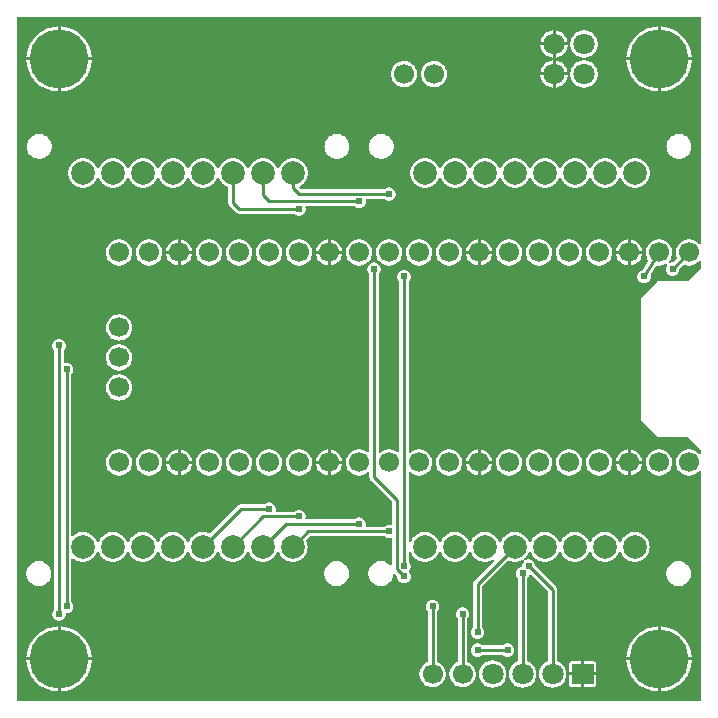
<source format=gbl>
G04 Layer: BottomLayer*
G04 EasyEDA v6.5.22, 2022-11-10 20:02:19*
G04 b67eade121014974844d0d31f71d52c0,5a6b42c53f6a479593ecc07194224c93,10*
G04 Gerber Generator version 0.2*
G04 Scale: 100 percent, Rotated: No, Reflected: No *
G04 Dimensions in millimeters *
G04 leading zeros omitted , absolute positions ,4 integer and 5 decimal *
%FSLAX45Y45*%
%MOMM*%

%AMMACRO1*21,1,$1,$2,0,0,$3*%
%ADD10C,0.2540*%
%ADD11C,1.8000*%
%ADD12MACRO1,1.8X1.7X0.0000*%
%ADD13C,5.0000*%
%ADD14C,2.0000*%
%ADD15C,1.7000*%
%ADD16C,0.6096*%
%ADD17C,0.0141*%

%LPD*%
G36*
X5805932Y25908D02*
G01*
X36068Y26416D01*
X32156Y27178D01*
X28905Y29413D01*
X26670Y32664D01*
X25908Y36576D01*
X25908Y5805932D01*
X26670Y5809843D01*
X28905Y5813094D01*
X32156Y5815330D01*
X36068Y5816092D01*
X5805932Y5816092D01*
X5809843Y5815330D01*
X5813094Y5813094D01*
X5815330Y5809843D01*
X5816092Y5805932D01*
X5816092Y3902303D01*
X5815279Y3898341D01*
X5812993Y3894988D01*
X5809589Y3892804D01*
X5805627Y3892143D01*
X5801664Y3893058D01*
X5798413Y3895445D01*
X5792165Y3902354D01*
X5781344Y3911549D01*
X5769406Y3919321D01*
X5756605Y3925468D01*
X5743143Y3929938D01*
X5729173Y3932682D01*
X5715000Y3933596D01*
X5700826Y3932682D01*
X5686856Y3929938D01*
X5673394Y3925468D01*
X5660593Y3919321D01*
X5648655Y3911549D01*
X5637834Y3902354D01*
X5628284Y3891838D01*
X5620156Y3880205D01*
X5613603Y3867607D01*
X5608675Y3854246D01*
X5605526Y3840378D01*
X5604154Y3826256D01*
X5604611Y3812032D01*
X5606897Y3798011D01*
X5612434Y3779062D01*
X5611672Y3775100D01*
X5609437Y3771747D01*
X5579821Y3742131D01*
X5576925Y3740099D01*
X5573522Y3739184D01*
X5565495Y3738473D01*
X5557012Y3736238D01*
X5552795Y3735984D01*
X5548884Y3737508D01*
X5545886Y3740454D01*
X5544362Y3744366D01*
X5544566Y3748582D01*
X5546445Y3752342D01*
X5551932Y3759250D01*
X5559298Y3771392D01*
X5565089Y3784396D01*
X5569102Y3798011D01*
X5571388Y3812032D01*
X5571845Y3826256D01*
X5570474Y3840378D01*
X5567324Y3854246D01*
X5562396Y3867607D01*
X5555843Y3880205D01*
X5547715Y3891838D01*
X5538165Y3902354D01*
X5527344Y3911549D01*
X5515406Y3919321D01*
X5502605Y3925468D01*
X5489143Y3929938D01*
X5475173Y3932682D01*
X5461000Y3933596D01*
X5446826Y3932682D01*
X5432856Y3929938D01*
X5419394Y3925468D01*
X5406593Y3919321D01*
X5394655Y3911549D01*
X5383834Y3902354D01*
X5374284Y3891838D01*
X5366156Y3880205D01*
X5359603Y3867607D01*
X5354675Y3854246D01*
X5351526Y3840378D01*
X5350154Y3826256D01*
X5350611Y3812032D01*
X5352897Y3798011D01*
X5356961Y3784396D01*
X5362702Y3771392D01*
X5369661Y3759911D01*
X5370982Y3756456D01*
X5370931Y3752748D01*
X5369560Y3749294D01*
X5325059Y3678021D01*
X5322468Y3675278D01*
X5319064Y3673601D01*
X5314746Y3672433D01*
X5305806Y3668318D01*
X5297779Y3662679D01*
X5290820Y3655720D01*
X5285181Y3647694D01*
X5281066Y3638753D01*
X5278526Y3629304D01*
X5277662Y3619500D01*
X5278526Y3609695D01*
X5281066Y3600246D01*
X5285181Y3591306D01*
X5290820Y3583279D01*
X5297779Y3576320D01*
X5305806Y3570681D01*
X5314746Y3566566D01*
X5324195Y3564026D01*
X5334000Y3563162D01*
X5343804Y3564026D01*
X5353253Y3566566D01*
X5362194Y3570681D01*
X5370220Y3576320D01*
X5377180Y3583279D01*
X5382818Y3591306D01*
X5386933Y3600246D01*
X5389473Y3609695D01*
X5390337Y3619500D01*
X5389270Y3633470D01*
X5390692Y3637330D01*
X5435142Y3708501D01*
X5437784Y3711295D01*
X5441238Y3712921D01*
X5445048Y3713175D01*
X5453888Y3712057D01*
X5468112Y3712057D01*
X5482183Y3713835D01*
X5495950Y3717442D01*
X5509107Y3722776D01*
X5512460Y3724706D01*
X5516524Y3725976D01*
X5520740Y3725468D01*
X5524347Y3723284D01*
X5526786Y3719829D01*
X5527598Y3715664D01*
X5526684Y3711549D01*
X5522366Y3702253D01*
X5519826Y3692804D01*
X5518962Y3683000D01*
X5519826Y3673195D01*
X5522366Y3663746D01*
X5526481Y3654806D01*
X5532120Y3646779D01*
X5539079Y3639820D01*
X5547106Y3634181D01*
X5556046Y3630066D01*
X5565495Y3627526D01*
X5575300Y3626662D01*
X5585104Y3627526D01*
X5594553Y3630066D01*
X5603494Y3634181D01*
X5611520Y3639820D01*
X5618480Y3646779D01*
X5624118Y3654806D01*
X5628233Y3663746D01*
X5630773Y3673195D01*
X5631484Y3681222D01*
X5632399Y3684625D01*
X5634431Y3687521D01*
X5664149Y3717239D01*
X5667400Y3719423D01*
X5671261Y3720185D01*
X5675122Y3719474D01*
X5680049Y3717442D01*
X5693816Y3713835D01*
X5707888Y3712057D01*
X5722112Y3712057D01*
X5736183Y3713835D01*
X5749950Y3717442D01*
X5763107Y3722776D01*
X5775502Y3729786D01*
X5786882Y3738270D01*
X5801207Y3751935D01*
X5805170Y3753053D01*
X5809284Y3752545D01*
X5812840Y3750411D01*
X5815228Y3747008D01*
X5816092Y3742944D01*
X5816092Y3697935D01*
X5815330Y3694074D01*
X5813094Y3690772D01*
X5707227Y3584905D01*
X5703925Y3582670D01*
X5700064Y3581908D01*
X5461406Y3581908D01*
X5457596Y3581603D01*
X5450535Y3579571D01*
X5445658Y3576828D01*
X5442407Y3574034D01*
X5315966Y3447592D01*
X5313476Y3444697D01*
X5309920Y3438245D01*
X5308396Y3432860D01*
X5308092Y3428593D01*
X5308092Y2413406D01*
X5308396Y2409596D01*
X5310428Y2402535D01*
X5313172Y2397658D01*
X5315966Y2394407D01*
X5442407Y2267966D01*
X5445302Y2265476D01*
X5451754Y2261920D01*
X5457139Y2260396D01*
X5461406Y2260092D01*
X5700064Y2260092D01*
X5703925Y2259330D01*
X5707227Y2257094D01*
X5813094Y2151227D01*
X5815330Y2147925D01*
X5816092Y2144064D01*
X5816092Y2124303D01*
X5815279Y2120341D01*
X5812993Y2116988D01*
X5809589Y2114804D01*
X5805627Y2114143D01*
X5801664Y2115058D01*
X5798413Y2117445D01*
X5792165Y2124354D01*
X5781344Y2133549D01*
X5769406Y2141321D01*
X5756605Y2147468D01*
X5743143Y2151938D01*
X5729173Y2154682D01*
X5715000Y2155596D01*
X5700826Y2154682D01*
X5686856Y2151938D01*
X5673394Y2147468D01*
X5660593Y2141321D01*
X5648655Y2133549D01*
X5637834Y2124354D01*
X5628284Y2113838D01*
X5620156Y2102205D01*
X5613603Y2089607D01*
X5608675Y2076246D01*
X5605526Y2062378D01*
X5604154Y2048256D01*
X5604611Y2034032D01*
X5606897Y2020011D01*
X5610961Y2006396D01*
X5616702Y1993392D01*
X5624068Y1981250D01*
X5632907Y1970125D01*
X5643118Y1960270D01*
X5654497Y1951786D01*
X5666892Y1944776D01*
X5680049Y1939442D01*
X5693816Y1935835D01*
X5707888Y1934057D01*
X5722112Y1934057D01*
X5736183Y1935835D01*
X5749950Y1939442D01*
X5763107Y1944776D01*
X5775502Y1951786D01*
X5786882Y1960270D01*
X5801207Y1973935D01*
X5805170Y1975053D01*
X5809284Y1974545D01*
X5812840Y1972411D01*
X5815228Y1969007D01*
X5816092Y1964943D01*
X5816092Y36068D01*
X5815330Y32207D01*
X5813094Y28905D01*
X5809843Y26670D01*
G37*

%LPC*%
G36*
X4456887Y5600700D02*
G01*
X4559300Y5600700D01*
X4559300Y5702960D01*
X4550308Y5701842D01*
X4536186Y5698236D01*
X4522673Y5692851D01*
X4509922Y5685840D01*
X4498136Y5677306D01*
X4487519Y5667349D01*
X4478223Y5656122D01*
X4470450Y5643829D01*
X4464253Y5630672D01*
X4459732Y5616803D01*
X4457039Y5602528D01*
G37*
G36*
X393700Y105562D02*
G01*
X398322Y105664D01*
X421284Y108051D01*
X443992Y112369D01*
X466242Y118618D01*
X487934Y126644D01*
X508812Y136499D01*
X528828Y148031D01*
X547827Y161239D01*
X565607Y175971D01*
X582117Y192125D01*
X597204Y209600D01*
X610819Y228295D01*
X622757Y248107D01*
X633018Y268782D01*
X641553Y290271D01*
X648208Y312369D01*
X653034Y334975D01*
X655929Y357936D01*
X656336Y368300D01*
X393700Y368300D01*
G37*
G36*
X5448300Y105613D02*
G01*
X5448300Y368300D01*
X5185410Y368300D01*
X5187289Y346405D01*
X5191150Y323646D01*
X5196890Y301244D01*
X5204460Y279450D01*
X5213858Y258317D01*
X5224983Y238099D01*
X5237784Y218846D01*
X5252161Y200710D01*
X5267960Y183896D01*
X5285130Y168402D01*
X5303520Y154432D01*
X5323027Y142087D01*
X5343499Y131368D01*
X5364835Y122428D01*
X5386781Y115265D01*
X5409285Y109982D01*
X5432145Y106629D01*
G37*
G36*
X368300Y105613D02*
G01*
X368300Y368300D01*
X105410Y368300D01*
X107289Y346405D01*
X111150Y323646D01*
X116890Y301244D01*
X124460Y279450D01*
X133858Y258317D01*
X144983Y238099D01*
X157784Y218846D01*
X172161Y200710D01*
X187960Y183896D01*
X205130Y168402D01*
X223520Y154432D01*
X243027Y142087D01*
X263499Y131368D01*
X284835Y122428D01*
X306781Y115265D01*
X329285Y109982D01*
X352145Y106629D01*
G37*
G36*
X4044035Y138328D02*
G01*
X4058564Y138328D01*
X4072991Y140157D01*
X4087114Y143764D01*
X4100626Y149148D01*
X4113377Y156159D01*
X4125163Y164693D01*
X4135780Y174650D01*
X4145076Y185877D01*
X4152849Y198170D01*
X4159046Y211328D01*
X4163568Y225196D01*
X4166260Y239471D01*
X4167174Y254000D01*
X4166260Y268528D01*
X4163568Y282803D01*
X4159046Y296672D01*
X4152849Y309829D01*
X4145076Y322122D01*
X4135780Y333349D01*
X4125163Y343306D01*
X4113377Y351840D01*
X4100626Y358851D01*
X4087114Y364236D01*
X4072991Y367842D01*
X4058564Y369671D01*
X4044035Y369671D01*
X4029608Y367842D01*
X4015486Y364236D01*
X4001973Y358851D01*
X3989222Y351840D01*
X3977436Y343306D01*
X3966819Y333349D01*
X3957523Y322122D01*
X3949750Y309829D01*
X3943553Y296672D01*
X3939032Y282803D01*
X3936339Y268528D01*
X3935425Y254000D01*
X3936339Y239471D01*
X3939032Y225196D01*
X3943553Y211328D01*
X3949750Y198170D01*
X3957523Y185877D01*
X3966819Y174650D01*
X3977436Y164693D01*
X3989222Y156159D01*
X4001973Y149148D01*
X4015486Y143764D01*
X4029608Y140157D01*
G37*
G36*
X4298035Y138328D02*
G01*
X4312564Y138328D01*
X4326991Y140157D01*
X4341114Y143764D01*
X4354626Y149148D01*
X4367377Y156159D01*
X4379163Y164693D01*
X4389780Y174650D01*
X4399076Y185877D01*
X4406849Y198170D01*
X4413046Y211328D01*
X4417568Y225196D01*
X4420260Y239471D01*
X4421174Y254000D01*
X4420260Y268528D01*
X4417568Y282803D01*
X4413046Y296672D01*
X4406849Y309829D01*
X4399076Y322122D01*
X4389780Y333349D01*
X4379163Y343306D01*
X4367377Y351840D01*
X4354626Y358851D01*
X4350308Y360578D01*
X4346956Y362762D01*
X4344720Y366064D01*
X4343908Y370027D01*
X4343908Y1059891D01*
X4344670Y1063802D01*
X4346905Y1067104D01*
X4348480Y1068679D01*
X4354118Y1076706D01*
X4358233Y1085646D01*
X4359198Y1089152D01*
X4361129Y1092911D01*
X4364380Y1095552D01*
X4368495Y1096670D01*
X4372660Y1096010D01*
X4376216Y1093724D01*
X4517694Y952195D01*
X4519930Y948893D01*
X4520692Y944981D01*
X4520692Y370027D01*
X4519879Y366064D01*
X4517644Y362762D01*
X4514291Y360578D01*
X4509973Y358851D01*
X4497222Y351840D01*
X4485436Y343306D01*
X4474819Y333349D01*
X4465523Y322122D01*
X4457750Y309829D01*
X4451553Y296672D01*
X4447032Y282803D01*
X4444339Y268528D01*
X4443425Y254000D01*
X4444339Y239471D01*
X4447032Y225196D01*
X4451553Y211328D01*
X4457750Y198170D01*
X4465523Y185877D01*
X4474819Y174650D01*
X4485436Y164693D01*
X4497222Y156159D01*
X4509973Y149148D01*
X4523486Y143764D01*
X4537608Y140157D01*
X4552035Y138328D01*
X4566564Y138328D01*
X4580991Y140157D01*
X4595114Y143764D01*
X4608626Y149148D01*
X4621377Y156159D01*
X4633163Y164693D01*
X4643780Y174650D01*
X4653076Y185877D01*
X4660849Y198170D01*
X4667046Y211328D01*
X4671568Y225196D01*
X4674260Y239471D01*
X4675174Y254000D01*
X4674260Y268528D01*
X4671568Y282803D01*
X4667046Y296672D01*
X4660849Y309829D01*
X4653076Y322122D01*
X4643780Y333349D01*
X4633163Y343306D01*
X4621377Y351840D01*
X4608626Y358851D01*
X4604308Y360578D01*
X4600956Y362762D01*
X4598720Y366064D01*
X4597908Y370027D01*
X4597908Y964692D01*
X4597095Y972718D01*
X4594910Y979932D01*
X4591354Y986637D01*
X4586224Y992835D01*
X4415231Y1163878D01*
X4413199Y1166774D01*
X4412284Y1170178D01*
X4411573Y1178204D01*
X4409033Y1187653D01*
X4404918Y1196594D01*
X4399280Y1204620D01*
X4392320Y1211580D01*
X4384294Y1217218D01*
X4375353Y1221333D01*
X4365904Y1223873D01*
X4356100Y1224737D01*
X4346295Y1223873D01*
X4336846Y1221333D01*
X4335373Y1220673D01*
X4331462Y1219708D01*
X4327448Y1220368D01*
X4324045Y1222502D01*
X4321759Y1225804D01*
X4320895Y1229766D01*
X4321657Y1233678D01*
X4323892Y1237081D01*
X4333240Y1246428D01*
X4342587Y1258366D01*
X4350461Y1271371D01*
X4356760Y1285290D01*
X4358944Y1288491D01*
X4362196Y1290574D01*
X4366006Y1291285D01*
X4369816Y1290574D01*
X4373067Y1288491D01*
X4375251Y1285290D01*
X4381550Y1271371D01*
X4389424Y1258366D01*
X4398772Y1246428D01*
X4409541Y1235659D01*
X4421479Y1226312D01*
X4434484Y1218438D01*
X4448352Y1212189D01*
X4462881Y1207668D01*
X4477816Y1204925D01*
X4493006Y1204010D01*
X4508195Y1204925D01*
X4523130Y1207668D01*
X4537659Y1212189D01*
X4551527Y1218438D01*
X4564532Y1226312D01*
X4576470Y1235659D01*
X4587240Y1246428D01*
X4596587Y1258366D01*
X4604461Y1271371D01*
X4610760Y1285290D01*
X4612944Y1288491D01*
X4616196Y1290574D01*
X4620006Y1291285D01*
X4623816Y1290574D01*
X4627067Y1288491D01*
X4629251Y1285290D01*
X4635550Y1271371D01*
X4643424Y1258366D01*
X4652772Y1246428D01*
X4663541Y1235659D01*
X4675479Y1226312D01*
X4688484Y1218438D01*
X4702352Y1212189D01*
X4716881Y1207668D01*
X4731816Y1204925D01*
X4747006Y1204010D01*
X4762195Y1204925D01*
X4777130Y1207668D01*
X4791659Y1212189D01*
X4805527Y1218438D01*
X4818532Y1226312D01*
X4830470Y1235659D01*
X4841240Y1246428D01*
X4850587Y1258366D01*
X4858461Y1271371D01*
X4864760Y1285290D01*
X4866944Y1288491D01*
X4870196Y1290574D01*
X4874006Y1291285D01*
X4877816Y1290574D01*
X4881067Y1288491D01*
X4883251Y1285290D01*
X4889550Y1271371D01*
X4897424Y1258366D01*
X4906772Y1246428D01*
X4917541Y1235659D01*
X4929479Y1226312D01*
X4942484Y1218438D01*
X4956352Y1212189D01*
X4970881Y1207668D01*
X4985816Y1204925D01*
X5001006Y1204010D01*
X5016195Y1204925D01*
X5031130Y1207668D01*
X5045659Y1212189D01*
X5059527Y1218438D01*
X5072532Y1226312D01*
X5084470Y1235659D01*
X5095240Y1246428D01*
X5104587Y1258366D01*
X5112461Y1271371D01*
X5118760Y1285290D01*
X5120944Y1288491D01*
X5124196Y1290574D01*
X5128006Y1291285D01*
X5131816Y1290574D01*
X5135067Y1288491D01*
X5137251Y1285290D01*
X5143550Y1271371D01*
X5151424Y1258366D01*
X5160772Y1246428D01*
X5171541Y1235659D01*
X5183479Y1226312D01*
X5196484Y1218438D01*
X5210352Y1212189D01*
X5224881Y1207668D01*
X5239816Y1204925D01*
X5255006Y1204010D01*
X5270195Y1204925D01*
X5285130Y1207668D01*
X5299659Y1212189D01*
X5313527Y1218438D01*
X5326532Y1226312D01*
X5338470Y1235659D01*
X5349240Y1246428D01*
X5358587Y1258366D01*
X5366461Y1271371D01*
X5372709Y1285240D01*
X5377230Y1299768D01*
X5379974Y1314704D01*
X5380888Y1329893D01*
X5379974Y1345082D01*
X5377230Y1360017D01*
X5372709Y1374546D01*
X5366461Y1388414D01*
X5358587Y1401419D01*
X5349240Y1413357D01*
X5338470Y1424127D01*
X5326532Y1433474D01*
X5313527Y1441348D01*
X5299659Y1447596D01*
X5285130Y1452118D01*
X5270195Y1454861D01*
X5255006Y1455775D01*
X5239816Y1454861D01*
X5224881Y1452118D01*
X5210352Y1447596D01*
X5196484Y1441348D01*
X5183479Y1433474D01*
X5171541Y1424127D01*
X5160772Y1413357D01*
X5151424Y1401419D01*
X5143550Y1388414D01*
X5137251Y1374495D01*
X5135067Y1371295D01*
X5131816Y1369212D01*
X5128006Y1368501D01*
X5124196Y1369212D01*
X5120944Y1371295D01*
X5118760Y1374495D01*
X5112461Y1388414D01*
X5104587Y1401419D01*
X5095240Y1413357D01*
X5084470Y1424127D01*
X5072532Y1433474D01*
X5059527Y1441348D01*
X5045659Y1447596D01*
X5031130Y1452118D01*
X5016195Y1454861D01*
X5001006Y1455775D01*
X4985816Y1454861D01*
X4970881Y1452118D01*
X4956352Y1447596D01*
X4942484Y1441348D01*
X4929479Y1433474D01*
X4917541Y1424127D01*
X4906772Y1413357D01*
X4897424Y1401419D01*
X4889550Y1388414D01*
X4883251Y1374495D01*
X4881067Y1371295D01*
X4877816Y1369212D01*
X4874006Y1368501D01*
X4870196Y1369212D01*
X4866944Y1371295D01*
X4864760Y1374495D01*
X4858461Y1388414D01*
X4850587Y1401419D01*
X4841240Y1413357D01*
X4830470Y1424127D01*
X4818532Y1433474D01*
X4805527Y1441348D01*
X4791659Y1447596D01*
X4777130Y1452118D01*
X4762195Y1454861D01*
X4747006Y1455775D01*
X4731816Y1454861D01*
X4716881Y1452118D01*
X4702352Y1447596D01*
X4688484Y1441348D01*
X4675479Y1433474D01*
X4663541Y1424127D01*
X4652772Y1413357D01*
X4643424Y1401419D01*
X4635550Y1388414D01*
X4629251Y1374495D01*
X4627067Y1371295D01*
X4623816Y1369212D01*
X4620006Y1368501D01*
X4616196Y1369212D01*
X4612944Y1371295D01*
X4610760Y1374495D01*
X4604461Y1388414D01*
X4596587Y1401419D01*
X4587240Y1413357D01*
X4576470Y1424127D01*
X4564532Y1433474D01*
X4551527Y1441348D01*
X4537659Y1447596D01*
X4523130Y1452118D01*
X4508195Y1454861D01*
X4493006Y1455775D01*
X4477816Y1454861D01*
X4462881Y1452118D01*
X4448352Y1447596D01*
X4434484Y1441348D01*
X4421479Y1433474D01*
X4409541Y1424127D01*
X4398772Y1413357D01*
X4389424Y1401419D01*
X4381550Y1388414D01*
X4375251Y1374495D01*
X4373067Y1371295D01*
X4369816Y1369212D01*
X4366006Y1368501D01*
X4362196Y1369212D01*
X4358944Y1371295D01*
X4356760Y1374495D01*
X4350461Y1388414D01*
X4342587Y1401419D01*
X4333240Y1413357D01*
X4322470Y1424127D01*
X4310532Y1433474D01*
X4297527Y1441348D01*
X4283659Y1447596D01*
X4269130Y1452118D01*
X4254195Y1454861D01*
X4239006Y1455775D01*
X4223816Y1454861D01*
X4208881Y1452118D01*
X4194352Y1447596D01*
X4180484Y1441348D01*
X4167479Y1433474D01*
X4155541Y1424127D01*
X4144772Y1413357D01*
X4135424Y1401419D01*
X4127550Y1388414D01*
X4121251Y1374495D01*
X4119067Y1371295D01*
X4115815Y1369212D01*
X4112006Y1368501D01*
X4108196Y1369212D01*
X4104944Y1371295D01*
X4102760Y1374495D01*
X4096461Y1388414D01*
X4088587Y1401419D01*
X4079240Y1413357D01*
X4068470Y1424127D01*
X4056532Y1433474D01*
X4043527Y1441348D01*
X4029659Y1447596D01*
X4015130Y1452118D01*
X4000195Y1454861D01*
X3985006Y1455775D01*
X3969816Y1454861D01*
X3954881Y1452118D01*
X3940352Y1447596D01*
X3926484Y1441348D01*
X3913479Y1433474D01*
X3901541Y1424127D01*
X3890772Y1413357D01*
X3881424Y1401419D01*
X3873550Y1388414D01*
X3867251Y1374495D01*
X3865067Y1371295D01*
X3861815Y1369212D01*
X3858006Y1368501D01*
X3854196Y1369212D01*
X3850944Y1371295D01*
X3848760Y1374495D01*
X3842461Y1388414D01*
X3834587Y1401419D01*
X3825240Y1413357D01*
X3814470Y1424127D01*
X3802532Y1433474D01*
X3789527Y1441348D01*
X3775659Y1447596D01*
X3761130Y1452118D01*
X3746195Y1454861D01*
X3731006Y1455775D01*
X3715816Y1454861D01*
X3700881Y1452118D01*
X3686352Y1447596D01*
X3672484Y1441348D01*
X3659479Y1433474D01*
X3647541Y1424127D01*
X3636772Y1413357D01*
X3627424Y1401419D01*
X3619550Y1388414D01*
X3613251Y1374495D01*
X3611067Y1371295D01*
X3607815Y1369212D01*
X3604006Y1368501D01*
X3600196Y1369212D01*
X3596944Y1371295D01*
X3594760Y1374495D01*
X3588461Y1388414D01*
X3580587Y1401419D01*
X3571240Y1413357D01*
X3560470Y1424127D01*
X3548532Y1433474D01*
X3535527Y1441348D01*
X3521659Y1447596D01*
X3507130Y1452118D01*
X3492195Y1454861D01*
X3477006Y1455775D01*
X3461816Y1454861D01*
X3446881Y1452118D01*
X3432352Y1447596D01*
X3418484Y1441348D01*
X3405479Y1433474D01*
X3393541Y1424127D01*
X3382772Y1413357D01*
X3373424Y1401419D01*
X3365550Y1388414D01*
X3360013Y1376172D01*
X3357778Y1372971D01*
X3354476Y1370888D01*
X3350615Y1370177D01*
X3346754Y1370990D01*
X3343503Y1373225D01*
X3341370Y1376476D01*
X3340608Y1380337D01*
X3340608Y1952345D01*
X3341573Y1956663D01*
X3344316Y1960168D01*
X3348329Y1962200D01*
X3352749Y1962302D01*
X3356864Y1960473D01*
X3368497Y1951786D01*
X3380892Y1944776D01*
X3394049Y1939442D01*
X3407816Y1935835D01*
X3421887Y1934057D01*
X3436112Y1934057D01*
X3450183Y1935835D01*
X3463950Y1939442D01*
X3477107Y1944776D01*
X3489502Y1951786D01*
X3500882Y1960270D01*
X3511092Y1970125D01*
X3519932Y1981250D01*
X3527298Y1993392D01*
X3533038Y2006396D01*
X3537102Y2020011D01*
X3539388Y2034032D01*
X3539845Y2048256D01*
X3538474Y2062378D01*
X3535324Y2076246D01*
X3530396Y2089607D01*
X3523843Y2102205D01*
X3515715Y2113838D01*
X3506165Y2124354D01*
X3495344Y2133549D01*
X3483406Y2141321D01*
X3470605Y2147468D01*
X3457143Y2151938D01*
X3443173Y2154682D01*
X3429000Y2155596D01*
X3414826Y2154682D01*
X3400856Y2151938D01*
X3387394Y2147468D01*
X3374593Y2141321D01*
X3362655Y2133549D01*
X3357372Y2129028D01*
X3354019Y2127148D01*
X3350209Y2126640D01*
X3346500Y2127554D01*
X3343401Y2129790D01*
X3341319Y2132990D01*
X3340608Y2136749D01*
X3340608Y3574491D01*
X3341370Y3578402D01*
X3343605Y3581704D01*
X3345179Y3583279D01*
X3350818Y3591306D01*
X3354933Y3600246D01*
X3357473Y3609695D01*
X3358337Y3619500D01*
X3357473Y3629304D01*
X3354933Y3638753D01*
X3350818Y3647694D01*
X3345179Y3655720D01*
X3338220Y3662679D01*
X3330194Y3668318D01*
X3321253Y3672433D01*
X3311804Y3674973D01*
X3302000Y3675837D01*
X3292195Y3674973D01*
X3282746Y3672433D01*
X3273806Y3668318D01*
X3265779Y3662679D01*
X3258820Y3655720D01*
X3253181Y3647694D01*
X3249066Y3638753D01*
X3246526Y3629304D01*
X3245662Y3619500D01*
X3246526Y3609695D01*
X3249066Y3600246D01*
X3253181Y3591306D01*
X3258820Y3583279D01*
X3260394Y3581704D01*
X3262629Y3578402D01*
X3263392Y3574491D01*
X3263392Y2136749D01*
X3262680Y2132990D01*
X3260598Y2129790D01*
X3257499Y2127554D01*
X3253790Y2126640D01*
X3249980Y2127148D01*
X3246628Y2129028D01*
X3241344Y2133549D01*
X3229406Y2141321D01*
X3216605Y2147468D01*
X3203143Y2151938D01*
X3189173Y2154682D01*
X3175000Y2155596D01*
X3160826Y2154682D01*
X3146856Y2151938D01*
X3133394Y2147468D01*
X3120593Y2141321D01*
X3108655Y2133549D01*
X3103372Y2129028D01*
X3100019Y2127148D01*
X3096209Y2126640D01*
X3092500Y2127554D01*
X3089402Y2129790D01*
X3087319Y2132990D01*
X3086608Y2136749D01*
X3086608Y3637991D01*
X3087370Y3641902D01*
X3089605Y3645204D01*
X3091180Y3646779D01*
X3096818Y3654806D01*
X3100933Y3663746D01*
X3103473Y3673195D01*
X3104337Y3683000D01*
X3103473Y3692804D01*
X3100933Y3702253D01*
X3096818Y3711194D01*
X3091180Y3719220D01*
X3084220Y3726179D01*
X3076194Y3731818D01*
X3067253Y3735933D01*
X3057804Y3738473D01*
X3048000Y3739337D01*
X3038195Y3738473D01*
X3028746Y3735933D01*
X3019806Y3731818D01*
X3011779Y3726179D01*
X3004820Y3719220D01*
X2999181Y3711194D01*
X2995066Y3702253D01*
X2992526Y3692804D01*
X2991662Y3683000D01*
X2992526Y3673195D01*
X2995066Y3663746D01*
X2999181Y3654806D01*
X3004820Y3646779D01*
X3006394Y3645204D01*
X3008630Y3641902D01*
X3009392Y3637991D01*
X3009392Y2136749D01*
X3008680Y2132990D01*
X3006598Y2129790D01*
X3003499Y2127554D01*
X2999790Y2126640D01*
X2995980Y2127148D01*
X2992628Y2129028D01*
X2987344Y2133549D01*
X2975406Y2141321D01*
X2962605Y2147468D01*
X2949143Y2151938D01*
X2935173Y2154682D01*
X2921000Y2155596D01*
X2906826Y2154682D01*
X2892856Y2151938D01*
X2879394Y2147468D01*
X2866593Y2141321D01*
X2854655Y2133549D01*
X2843834Y2124354D01*
X2834284Y2113838D01*
X2826156Y2102205D01*
X2819603Y2089607D01*
X2814675Y2076246D01*
X2811526Y2062378D01*
X2810154Y2048256D01*
X2810611Y2034032D01*
X2812897Y2020011D01*
X2816961Y2006396D01*
X2822702Y1993392D01*
X2830068Y1981250D01*
X2838907Y1970125D01*
X2849118Y1960270D01*
X2860497Y1951786D01*
X2872892Y1944776D01*
X2886049Y1939442D01*
X2899816Y1935835D01*
X2913888Y1934057D01*
X2928112Y1934057D01*
X2942183Y1935835D01*
X2955950Y1939442D01*
X2969107Y1944776D01*
X2981502Y1951786D01*
X2993136Y1960473D01*
X2997250Y1962302D01*
X3001670Y1962200D01*
X3005683Y1960168D01*
X3008426Y1956663D01*
X3009392Y1952345D01*
X3009392Y1918207D01*
X3010204Y1910181D01*
X3012389Y1902968D01*
X3015945Y1896262D01*
X3021076Y1890064D01*
X3196894Y1714195D01*
X3199130Y1710893D01*
X3199892Y1706981D01*
X3199892Y1525168D01*
X3199231Y1521561D01*
X3197301Y1518412D01*
X3194354Y1516126D01*
X3190798Y1515059D01*
X3187090Y1515364D01*
X3184804Y1515973D01*
X3175000Y1516837D01*
X3165195Y1515973D01*
X3155746Y1513433D01*
X3146806Y1509318D01*
X3138779Y1503680D01*
X3137204Y1502105D01*
X3133902Y1499870D01*
X3129991Y1499108D01*
X2985668Y1499108D01*
X2982061Y1499768D01*
X2978912Y1501698D01*
X2976626Y1504645D01*
X2975559Y1508201D01*
X2975864Y1511909D01*
X2976473Y1514195D01*
X2977337Y1524000D01*
X2976473Y1533804D01*
X2973933Y1543253D01*
X2969818Y1552194D01*
X2964180Y1560220D01*
X2957220Y1567180D01*
X2949194Y1572818D01*
X2940253Y1576933D01*
X2930804Y1579473D01*
X2921000Y1580337D01*
X2911195Y1579473D01*
X2901746Y1576933D01*
X2892806Y1572818D01*
X2884779Y1567180D01*
X2883204Y1565605D01*
X2879902Y1563370D01*
X2875991Y1562608D01*
X2477668Y1562608D01*
X2474061Y1563268D01*
X2470912Y1565198D01*
X2468626Y1568145D01*
X2467559Y1571701D01*
X2467864Y1575409D01*
X2468473Y1577695D01*
X2469337Y1587500D01*
X2468473Y1597304D01*
X2465933Y1606753D01*
X2461818Y1615694D01*
X2456180Y1623720D01*
X2449220Y1630680D01*
X2441194Y1636318D01*
X2432253Y1640433D01*
X2422804Y1642973D01*
X2413000Y1643837D01*
X2403195Y1642973D01*
X2393746Y1640433D01*
X2384806Y1636318D01*
X2376779Y1630680D01*
X2375204Y1629105D01*
X2371902Y1626870D01*
X2367991Y1626107D01*
X2223668Y1626107D01*
X2220061Y1626768D01*
X2216912Y1628698D01*
X2214626Y1631645D01*
X2213559Y1635201D01*
X2213864Y1638909D01*
X2214473Y1641195D01*
X2215337Y1651000D01*
X2214473Y1660804D01*
X2211933Y1670253D01*
X2207818Y1679193D01*
X2202180Y1687220D01*
X2195220Y1694180D01*
X2187194Y1699818D01*
X2178253Y1703933D01*
X2168804Y1706473D01*
X2159000Y1707337D01*
X2149195Y1706473D01*
X2139746Y1703933D01*
X2130806Y1699818D01*
X2122779Y1694180D01*
X2121204Y1692605D01*
X2117902Y1690370D01*
X2113991Y1689607D01*
X1919020Y1689607D01*
X1910994Y1688795D01*
X1903780Y1686610D01*
X1897075Y1683054D01*
X1890877Y1677924D01*
X1659737Y1446834D01*
X1656334Y1444599D01*
X1652371Y1443837D01*
X1648409Y1444752D01*
X1642059Y1447596D01*
X1627530Y1452118D01*
X1612595Y1454861D01*
X1597406Y1455775D01*
X1582216Y1454861D01*
X1567281Y1452118D01*
X1552752Y1447596D01*
X1538884Y1441348D01*
X1525879Y1433474D01*
X1513941Y1424127D01*
X1503172Y1413357D01*
X1493824Y1401419D01*
X1485950Y1388414D01*
X1479651Y1374495D01*
X1477467Y1371295D01*
X1474216Y1369212D01*
X1470406Y1368501D01*
X1466596Y1369212D01*
X1463344Y1371295D01*
X1461160Y1374495D01*
X1454861Y1388414D01*
X1446987Y1401419D01*
X1437640Y1413357D01*
X1426870Y1424127D01*
X1414932Y1433474D01*
X1401927Y1441348D01*
X1388059Y1447596D01*
X1373530Y1452118D01*
X1358595Y1454861D01*
X1343406Y1455775D01*
X1328216Y1454861D01*
X1313281Y1452118D01*
X1298752Y1447596D01*
X1284884Y1441348D01*
X1271879Y1433474D01*
X1259941Y1424127D01*
X1249172Y1413357D01*
X1239824Y1401419D01*
X1231950Y1388414D01*
X1225651Y1374495D01*
X1223467Y1371295D01*
X1220216Y1369212D01*
X1216406Y1368501D01*
X1212596Y1369212D01*
X1209344Y1371295D01*
X1207160Y1374495D01*
X1200861Y1388414D01*
X1192987Y1401419D01*
X1183640Y1413357D01*
X1172870Y1424127D01*
X1160932Y1433474D01*
X1147927Y1441348D01*
X1134059Y1447596D01*
X1119530Y1452118D01*
X1104595Y1454861D01*
X1089406Y1455775D01*
X1074216Y1454861D01*
X1059281Y1452118D01*
X1044752Y1447596D01*
X1030884Y1441348D01*
X1017879Y1433474D01*
X1005941Y1424127D01*
X995171Y1413357D01*
X985824Y1401419D01*
X977950Y1388414D01*
X971651Y1374495D01*
X969467Y1371295D01*
X966216Y1369212D01*
X962406Y1368501D01*
X958596Y1369212D01*
X955344Y1371295D01*
X953160Y1374495D01*
X946861Y1388414D01*
X938987Y1401419D01*
X929640Y1413357D01*
X918870Y1424127D01*
X906932Y1433474D01*
X893927Y1441348D01*
X880059Y1447596D01*
X865530Y1452118D01*
X850595Y1454861D01*
X835406Y1455775D01*
X820216Y1454861D01*
X805281Y1452118D01*
X790752Y1447596D01*
X776884Y1441348D01*
X763879Y1433474D01*
X751941Y1424127D01*
X741172Y1413357D01*
X731824Y1401419D01*
X723950Y1388414D01*
X717651Y1374495D01*
X715467Y1371295D01*
X712216Y1369212D01*
X708406Y1368501D01*
X704596Y1369212D01*
X701344Y1371295D01*
X699160Y1374495D01*
X692861Y1388414D01*
X684987Y1401419D01*
X675640Y1413357D01*
X664870Y1424127D01*
X652932Y1433474D01*
X639927Y1441348D01*
X626059Y1447596D01*
X611530Y1452118D01*
X596595Y1454861D01*
X581406Y1455775D01*
X566216Y1454861D01*
X551281Y1452118D01*
X536752Y1447596D01*
X522884Y1441348D01*
X509879Y1433474D01*
X499516Y1425397D01*
X495452Y1423466D01*
X490931Y1423466D01*
X486918Y1425448D01*
X484124Y1429004D01*
X483108Y1433372D01*
X483108Y2787091D01*
X483870Y2791002D01*
X486105Y2794304D01*
X487680Y2795879D01*
X493318Y2803906D01*
X497433Y2812846D01*
X499973Y2822295D01*
X500837Y2832100D01*
X499973Y2841904D01*
X497433Y2851353D01*
X493318Y2860294D01*
X487680Y2868320D01*
X480720Y2875280D01*
X472693Y2880918D01*
X463753Y2885033D01*
X454304Y2887573D01*
X444500Y2888437D01*
X434695Y2887573D01*
X432409Y2886964D01*
X428701Y2886659D01*
X425145Y2887726D01*
X422198Y2890012D01*
X420268Y2893161D01*
X419608Y2896768D01*
X419608Y2990291D01*
X420370Y2994202D01*
X422605Y2997504D01*
X424180Y2999079D01*
X429818Y3007106D01*
X433933Y3016046D01*
X436473Y3025495D01*
X437337Y3035300D01*
X436473Y3045104D01*
X433933Y3054553D01*
X429818Y3063494D01*
X424180Y3071520D01*
X417220Y3078480D01*
X409194Y3084118D01*
X400253Y3088233D01*
X390804Y3090773D01*
X381000Y3091637D01*
X371195Y3090773D01*
X361746Y3088233D01*
X352806Y3084118D01*
X344779Y3078480D01*
X337820Y3071520D01*
X332181Y3063494D01*
X328066Y3054553D01*
X325526Y3045104D01*
X324662Y3035300D01*
X325526Y3025495D01*
X328066Y3016046D01*
X332181Y3007106D01*
X337820Y2999079D01*
X339394Y2997504D01*
X341630Y2994202D01*
X342392Y2990291D01*
X342392Y807008D01*
X341630Y803097D01*
X339394Y799795D01*
X337820Y798220D01*
X332181Y790194D01*
X328066Y781253D01*
X325526Y771804D01*
X324662Y762000D01*
X325526Y752195D01*
X328066Y742746D01*
X332181Y733806D01*
X337820Y725779D01*
X344779Y718820D01*
X352806Y713181D01*
X361746Y709066D01*
X371195Y706526D01*
X381000Y705662D01*
X390804Y706526D01*
X400253Y709066D01*
X409194Y713181D01*
X417220Y718820D01*
X424180Y725779D01*
X429818Y733806D01*
X433933Y742746D01*
X436473Y752195D01*
X437184Y760069D01*
X438099Y763473D01*
X440131Y766368D01*
X443026Y768400D01*
X446430Y769315D01*
X454304Y770026D01*
X463753Y772566D01*
X472693Y776681D01*
X480720Y782320D01*
X487680Y789279D01*
X493318Y797306D01*
X497433Y806246D01*
X499973Y815695D01*
X500837Y825500D01*
X499973Y835304D01*
X497433Y844753D01*
X493318Y853694D01*
X487680Y861720D01*
X486105Y863295D01*
X483870Y866597D01*
X483108Y870508D01*
X483108Y1226413D01*
X484124Y1230782D01*
X486918Y1234338D01*
X490931Y1236319D01*
X495452Y1236319D01*
X499516Y1234389D01*
X509879Y1226312D01*
X522884Y1218438D01*
X536752Y1212189D01*
X551281Y1207668D01*
X566216Y1204925D01*
X581406Y1204010D01*
X596595Y1204925D01*
X611530Y1207668D01*
X626059Y1212189D01*
X639927Y1218438D01*
X652932Y1226312D01*
X664870Y1235659D01*
X675640Y1246428D01*
X684987Y1258366D01*
X692861Y1271371D01*
X699160Y1285290D01*
X701344Y1288491D01*
X704596Y1290574D01*
X708406Y1291285D01*
X712216Y1290574D01*
X715467Y1288491D01*
X717651Y1285290D01*
X723950Y1271371D01*
X731824Y1258366D01*
X741172Y1246428D01*
X751941Y1235659D01*
X763879Y1226312D01*
X776884Y1218438D01*
X790752Y1212189D01*
X805281Y1207668D01*
X820216Y1204925D01*
X835406Y1204010D01*
X850595Y1204925D01*
X865530Y1207668D01*
X880059Y1212189D01*
X893927Y1218438D01*
X906932Y1226312D01*
X918870Y1235659D01*
X929640Y1246428D01*
X938987Y1258366D01*
X946861Y1271371D01*
X953160Y1285290D01*
X955344Y1288491D01*
X958596Y1290574D01*
X962406Y1291285D01*
X966216Y1290574D01*
X969467Y1288491D01*
X971651Y1285290D01*
X977950Y1271371D01*
X985824Y1258366D01*
X995171Y1246428D01*
X1005941Y1235659D01*
X1017879Y1226312D01*
X1030884Y1218438D01*
X1044752Y1212189D01*
X1059281Y1207668D01*
X1074216Y1204925D01*
X1089406Y1204010D01*
X1104595Y1204925D01*
X1119530Y1207668D01*
X1134059Y1212189D01*
X1147927Y1218438D01*
X1160932Y1226312D01*
X1172870Y1235659D01*
X1183640Y1246428D01*
X1192987Y1258366D01*
X1200861Y1271371D01*
X1207160Y1285290D01*
X1209344Y1288491D01*
X1212596Y1290574D01*
X1216406Y1291285D01*
X1220216Y1290574D01*
X1223467Y1288491D01*
X1225651Y1285290D01*
X1231950Y1271371D01*
X1239824Y1258366D01*
X1249172Y1246428D01*
X1259941Y1235659D01*
X1271879Y1226312D01*
X1284884Y1218438D01*
X1298752Y1212189D01*
X1313281Y1207668D01*
X1328216Y1204925D01*
X1343406Y1204010D01*
X1358595Y1204925D01*
X1373530Y1207668D01*
X1388059Y1212189D01*
X1401927Y1218438D01*
X1414932Y1226312D01*
X1426870Y1235659D01*
X1437640Y1246428D01*
X1446987Y1258366D01*
X1454861Y1271371D01*
X1461160Y1285290D01*
X1463344Y1288491D01*
X1466596Y1290574D01*
X1470406Y1291285D01*
X1474216Y1290574D01*
X1477467Y1288491D01*
X1479651Y1285290D01*
X1485950Y1271371D01*
X1493824Y1258366D01*
X1503172Y1246428D01*
X1513941Y1235659D01*
X1525879Y1226312D01*
X1538884Y1218438D01*
X1552752Y1212189D01*
X1567281Y1207668D01*
X1582216Y1204925D01*
X1597406Y1204010D01*
X1612595Y1204925D01*
X1627530Y1207668D01*
X1642059Y1212189D01*
X1655927Y1218438D01*
X1668932Y1226312D01*
X1680870Y1235659D01*
X1691639Y1246428D01*
X1700987Y1258366D01*
X1708861Y1271371D01*
X1715160Y1285290D01*
X1717344Y1288491D01*
X1720596Y1290574D01*
X1724406Y1291285D01*
X1728216Y1290574D01*
X1731467Y1288491D01*
X1733651Y1285290D01*
X1739950Y1271371D01*
X1747824Y1258366D01*
X1757172Y1246428D01*
X1767941Y1235659D01*
X1779879Y1226312D01*
X1792884Y1218438D01*
X1806752Y1212189D01*
X1821281Y1207668D01*
X1836216Y1204925D01*
X1851406Y1204010D01*
X1866595Y1204925D01*
X1881530Y1207668D01*
X1896059Y1212189D01*
X1909927Y1218438D01*
X1922932Y1226312D01*
X1934870Y1235659D01*
X1945639Y1246428D01*
X1954987Y1258366D01*
X1962861Y1271371D01*
X1969160Y1285290D01*
X1971344Y1288491D01*
X1974596Y1290574D01*
X1978406Y1291285D01*
X1982216Y1290574D01*
X1985467Y1288491D01*
X1987651Y1285290D01*
X1993950Y1271371D01*
X2001824Y1258366D01*
X2011172Y1246428D01*
X2021941Y1235659D01*
X2033879Y1226312D01*
X2046884Y1218438D01*
X2060752Y1212189D01*
X2075281Y1207668D01*
X2090216Y1204925D01*
X2105406Y1204010D01*
X2120595Y1204925D01*
X2135530Y1207668D01*
X2150059Y1212189D01*
X2163927Y1218438D01*
X2176932Y1226312D01*
X2188870Y1235659D01*
X2199640Y1246428D01*
X2208987Y1258366D01*
X2216861Y1271371D01*
X2223160Y1285290D01*
X2225344Y1288491D01*
X2228596Y1290574D01*
X2232406Y1291285D01*
X2236216Y1290574D01*
X2239467Y1288491D01*
X2241651Y1285290D01*
X2247950Y1271371D01*
X2255824Y1258366D01*
X2265172Y1246428D01*
X2275941Y1235659D01*
X2287879Y1226312D01*
X2300884Y1218438D01*
X2314752Y1212189D01*
X2329281Y1207668D01*
X2344216Y1204925D01*
X2359406Y1204010D01*
X2374595Y1204925D01*
X2389530Y1207668D01*
X2404059Y1212189D01*
X2417927Y1218438D01*
X2430932Y1226312D01*
X2442870Y1235659D01*
X2453640Y1246428D01*
X2462987Y1258366D01*
X2470861Y1271371D01*
X2477109Y1285240D01*
X2481630Y1299768D01*
X2484374Y1314704D01*
X2485288Y1329893D01*
X2484374Y1345082D01*
X2481630Y1360017D01*
X2477109Y1374546D01*
X2474264Y1380896D01*
X2473350Y1384858D01*
X2474112Y1388821D01*
X2476347Y1392224D01*
X2503017Y1418894D01*
X2506319Y1421130D01*
X2510231Y1421892D01*
X3129991Y1421892D01*
X3133902Y1421130D01*
X3137204Y1418894D01*
X3138779Y1417320D01*
X3146806Y1411681D01*
X3155746Y1407566D01*
X3165195Y1405026D01*
X3175000Y1404162D01*
X3184804Y1405026D01*
X3187090Y1405636D01*
X3190798Y1405940D01*
X3194354Y1404874D01*
X3197301Y1402588D01*
X3199231Y1399438D01*
X3199892Y1395831D01*
X3199892Y1184402D01*
X3199079Y1180388D01*
X3196742Y1177036D01*
X3193288Y1174902D01*
X3189274Y1174242D01*
X3185363Y1175258D01*
X3182112Y1177696D01*
X3180283Y1179779D01*
X3169869Y1188923D01*
X3158337Y1196594D01*
X3145942Y1202740D01*
X3132785Y1207160D01*
X3119221Y1209903D01*
X3105404Y1210767D01*
X3091586Y1209903D01*
X3078022Y1207160D01*
X3064865Y1202740D01*
X3052470Y1196594D01*
X3040938Y1188923D01*
X3030524Y1179779D01*
X3021380Y1169365D01*
X3013710Y1157833D01*
X3007563Y1145438D01*
X3003143Y1132281D01*
X3000400Y1118717D01*
X2999536Y1104900D01*
X3000400Y1091082D01*
X3003143Y1077518D01*
X3007563Y1064361D01*
X3013710Y1051966D01*
X3021380Y1040434D01*
X3030524Y1030020D01*
X3040938Y1020876D01*
X3052470Y1013206D01*
X3064865Y1007059D01*
X3078022Y1002639D01*
X3091586Y999896D01*
X3105404Y999032D01*
X3119221Y999896D01*
X3132785Y1002639D01*
X3145942Y1007059D01*
X3158337Y1013206D01*
X3169869Y1020876D01*
X3180283Y1030020D01*
X3189427Y1040434D01*
X3197098Y1051966D01*
X3203244Y1064361D01*
X3207664Y1077518D01*
X3211474Y1096314D01*
X3213760Y1099413D01*
X3217062Y1101394D01*
X3220821Y1102055D01*
X3224631Y1101242D01*
X3227781Y1099108D01*
X3242868Y1084021D01*
X3244900Y1081125D01*
X3245815Y1077722D01*
X3246526Y1069695D01*
X3249066Y1060246D01*
X3253181Y1051306D01*
X3258820Y1043279D01*
X3265779Y1036319D01*
X3273806Y1030681D01*
X3282746Y1026566D01*
X3292195Y1024026D01*
X3302000Y1023162D01*
X3311804Y1024026D01*
X3321253Y1026566D01*
X3330194Y1030681D01*
X3338220Y1036319D01*
X3345179Y1043279D01*
X3350818Y1051306D01*
X3354933Y1060246D01*
X3357473Y1069695D01*
X3358337Y1079500D01*
X3357473Y1089304D01*
X3354933Y1098753D01*
X3350818Y1107694D01*
X3341928Y1120038D01*
X3341166Y1123950D01*
X3341928Y1127861D01*
X3350818Y1140206D01*
X3354933Y1149146D01*
X3357473Y1158595D01*
X3358337Y1168400D01*
X3357473Y1178204D01*
X3354933Y1187653D01*
X3350818Y1196594D01*
X3345179Y1204620D01*
X3343605Y1206195D01*
X3341370Y1209497D01*
X3340608Y1213408D01*
X3340608Y1279448D01*
X3341370Y1283309D01*
X3343503Y1286560D01*
X3346754Y1288796D01*
X3350615Y1289608D01*
X3354476Y1288897D01*
X3357778Y1286814D01*
X3360013Y1283614D01*
X3365550Y1271371D01*
X3373424Y1258366D01*
X3382772Y1246428D01*
X3393541Y1235659D01*
X3405479Y1226312D01*
X3418484Y1218438D01*
X3432352Y1212189D01*
X3446881Y1207668D01*
X3461816Y1204925D01*
X3477006Y1204010D01*
X3492195Y1204925D01*
X3507130Y1207668D01*
X3521659Y1212189D01*
X3535527Y1218438D01*
X3548532Y1226312D01*
X3560470Y1235659D01*
X3571240Y1246428D01*
X3580587Y1258366D01*
X3588461Y1271371D01*
X3594760Y1285290D01*
X3596944Y1288491D01*
X3600196Y1290574D01*
X3604006Y1291285D01*
X3607815Y1290574D01*
X3611067Y1288491D01*
X3613251Y1285290D01*
X3619550Y1271371D01*
X3627424Y1258366D01*
X3636772Y1246428D01*
X3647541Y1235659D01*
X3659479Y1226312D01*
X3672484Y1218438D01*
X3686352Y1212189D01*
X3700881Y1207668D01*
X3715816Y1204925D01*
X3731006Y1204010D01*
X3746195Y1204925D01*
X3761130Y1207668D01*
X3775659Y1212189D01*
X3789527Y1218438D01*
X3802532Y1226312D01*
X3814470Y1235659D01*
X3825240Y1246428D01*
X3834587Y1258366D01*
X3842461Y1271371D01*
X3848760Y1285290D01*
X3850944Y1288491D01*
X3854196Y1290574D01*
X3858006Y1291285D01*
X3861815Y1290574D01*
X3865067Y1288491D01*
X3867251Y1285290D01*
X3873550Y1271371D01*
X3881424Y1258366D01*
X3890772Y1246428D01*
X3901541Y1235659D01*
X3913479Y1226312D01*
X3926484Y1218438D01*
X3940352Y1212189D01*
X3954881Y1207668D01*
X3969816Y1204925D01*
X3985006Y1204010D01*
X4000195Y1204925D01*
X4015130Y1207668D01*
X4029659Y1212189D01*
X4043527Y1218438D01*
X4046321Y1220114D01*
X4050284Y1221486D01*
X4054449Y1221181D01*
X4058107Y1219200D01*
X4060698Y1215898D01*
X4061714Y1211884D01*
X4061053Y1207770D01*
X4058767Y1204264D01*
X3897376Y1042822D01*
X3892245Y1036624D01*
X3888689Y1029919D01*
X3886504Y1022705D01*
X3885692Y1014679D01*
X3885692Y654608D01*
X3884929Y650697D01*
X3882694Y647395D01*
X3881120Y645820D01*
X3875481Y637794D01*
X3871366Y628853D01*
X3868826Y619404D01*
X3867962Y609600D01*
X3868826Y599795D01*
X3871366Y590346D01*
X3875481Y581406D01*
X3881120Y573379D01*
X3888079Y566420D01*
X3896106Y560781D01*
X3905046Y556666D01*
X3914495Y554126D01*
X3924300Y553262D01*
X3934104Y554126D01*
X3943553Y556666D01*
X3952494Y560781D01*
X3960520Y566420D01*
X3967479Y573379D01*
X3973118Y581406D01*
X3977233Y590346D01*
X3979773Y599795D01*
X3980637Y609600D01*
X3979773Y619404D01*
X3977233Y628853D01*
X3973118Y637794D01*
X3967479Y645820D01*
X3965905Y647395D01*
X3963670Y650697D01*
X3962908Y654608D01*
X3962908Y994968D01*
X3963670Y998880D01*
X3965905Y1002182D01*
X4176674Y1212951D01*
X4180078Y1215186D01*
X4184040Y1215948D01*
X4188002Y1215034D01*
X4194352Y1212189D01*
X4208881Y1207668D01*
X4223816Y1204925D01*
X4239006Y1204010D01*
X4254195Y1204925D01*
X4269130Y1207668D01*
X4283659Y1212189D01*
X4297527Y1218438D01*
X4299813Y1219809D01*
X4303522Y1221181D01*
X4307433Y1221028D01*
X4311040Y1219403D01*
X4313732Y1216507D01*
X4315104Y1212850D01*
X4315002Y1208887D01*
X4313428Y1205331D01*
X4307281Y1196594D01*
X4303166Y1187653D01*
X4300626Y1178204D01*
X4299762Y1168450D01*
X4298594Y1164488D01*
X4295952Y1161389D01*
X4292244Y1159510D01*
X4286046Y1157833D01*
X4277106Y1153718D01*
X4269079Y1148080D01*
X4262120Y1141120D01*
X4256481Y1133094D01*
X4252366Y1124153D01*
X4249826Y1114704D01*
X4248962Y1104900D01*
X4249826Y1095095D01*
X4252366Y1085646D01*
X4256481Y1076706D01*
X4262120Y1068679D01*
X4263694Y1067104D01*
X4265930Y1063802D01*
X4266692Y1059891D01*
X4266692Y370027D01*
X4265879Y366064D01*
X4263644Y362762D01*
X4260291Y360578D01*
X4255973Y358851D01*
X4243222Y351840D01*
X4231436Y343306D01*
X4220819Y333349D01*
X4211523Y322122D01*
X4203750Y309829D01*
X4197553Y296672D01*
X4193032Y282803D01*
X4190339Y268528D01*
X4189425Y254000D01*
X4190339Y239471D01*
X4193032Y225196D01*
X4197553Y211328D01*
X4203750Y198170D01*
X4211523Y185877D01*
X4220819Y174650D01*
X4231436Y164693D01*
X4243222Y156159D01*
X4255973Y149148D01*
X4269486Y143764D01*
X4283608Y140157D01*
G37*
G36*
X4584700Y5600700D02*
G01*
X4687112Y5600700D01*
X4686960Y5602528D01*
X4684268Y5616803D01*
X4679746Y5630672D01*
X4673549Y5643829D01*
X4665776Y5656122D01*
X4656480Y5667349D01*
X4645863Y5677306D01*
X4634077Y5685840D01*
X4621326Y5692851D01*
X4607814Y5698236D01*
X4593691Y5701842D01*
X4584700Y5702960D01*
G37*
G36*
X4826000Y143103D02*
G01*
X4902708Y143103D01*
X4909058Y143814D01*
X4914493Y145694D01*
X4919421Y148793D01*
X4923485Y152908D01*
X4926584Y157784D01*
X4928514Y163271D01*
X4929225Y169570D01*
X4929225Y241300D01*
X4826000Y241300D01*
G37*
G36*
X4723892Y143103D02*
G01*
X4800600Y143103D01*
X4800600Y241300D01*
X4697374Y241300D01*
X4697374Y169570D01*
X4698085Y163271D01*
X4700016Y157784D01*
X4703114Y152908D01*
X4707178Y148793D01*
X4712106Y145694D01*
X4717542Y143814D01*
G37*
G36*
X3800856Y143154D02*
G01*
X3814978Y144526D01*
X3828846Y147675D01*
X3842207Y152603D01*
X3854805Y159156D01*
X3866438Y167284D01*
X3876954Y176834D01*
X3886149Y187655D01*
X3893921Y199593D01*
X3900068Y212394D01*
X3904538Y225856D01*
X3907282Y239826D01*
X3908196Y254000D01*
X3907282Y268173D01*
X3904538Y282143D01*
X3900068Y295605D01*
X3893921Y308406D01*
X3886149Y320344D01*
X3876954Y331165D01*
X3866438Y340715D01*
X3854805Y348792D01*
X3841394Y355752D01*
X3838498Y358038D01*
X3836568Y361188D01*
X3835908Y364794D01*
X3835908Y716991D01*
X3836670Y720902D01*
X3838905Y724204D01*
X3840479Y725779D01*
X3846118Y733806D01*
X3850233Y742746D01*
X3852773Y752195D01*
X3853637Y762000D01*
X3852773Y771804D01*
X3850233Y781253D01*
X3846118Y790194D01*
X3840479Y798220D01*
X3833520Y805180D01*
X3825494Y810818D01*
X3816553Y814933D01*
X3807104Y817473D01*
X3797300Y818337D01*
X3787495Y817473D01*
X3778046Y814933D01*
X3769106Y810818D01*
X3761079Y805180D01*
X3754120Y798220D01*
X3748481Y790194D01*
X3744366Y781253D01*
X3741826Y771804D01*
X3740962Y762000D01*
X3741826Y752195D01*
X3744366Y742746D01*
X3748481Y733806D01*
X3754120Y725779D01*
X3755694Y724204D01*
X3757929Y720902D01*
X3758692Y716991D01*
X3758692Y364540D01*
X3757929Y360730D01*
X3755847Y357479D01*
X3752646Y355244D01*
X3745992Y352298D01*
X3733850Y344932D01*
X3722725Y336092D01*
X3712870Y325882D01*
X3704386Y314502D01*
X3697376Y302107D01*
X3692042Y288950D01*
X3688435Y275183D01*
X3686657Y261112D01*
X3686657Y246888D01*
X3688435Y232816D01*
X3692042Y219049D01*
X3697376Y205892D01*
X3704386Y193497D01*
X3712870Y182118D01*
X3722725Y171907D01*
X3733850Y163068D01*
X3745992Y155702D01*
X3758996Y149910D01*
X3772611Y145897D01*
X3786632Y143611D01*
G37*
G36*
X3546856Y143154D02*
G01*
X3560978Y144526D01*
X3574846Y147675D01*
X3588207Y152603D01*
X3600805Y159156D01*
X3612438Y167284D01*
X3622954Y176834D01*
X3632149Y187655D01*
X3639921Y199593D01*
X3646068Y212394D01*
X3650538Y225856D01*
X3653282Y239826D01*
X3654196Y254000D01*
X3653282Y268173D01*
X3650538Y282143D01*
X3646068Y295605D01*
X3639921Y308406D01*
X3632149Y320344D01*
X3622954Y331165D01*
X3612438Y340715D01*
X3600805Y348792D01*
X3587394Y355752D01*
X3584498Y358038D01*
X3582568Y361188D01*
X3581908Y364794D01*
X3581908Y780491D01*
X3582670Y784402D01*
X3584905Y787704D01*
X3586479Y789279D01*
X3592118Y797306D01*
X3596233Y806246D01*
X3598773Y815695D01*
X3599637Y825500D01*
X3598773Y835304D01*
X3596233Y844753D01*
X3592118Y853694D01*
X3586479Y861720D01*
X3579520Y868680D01*
X3571494Y874318D01*
X3562553Y878433D01*
X3553104Y880973D01*
X3543300Y881837D01*
X3533495Y880973D01*
X3524046Y878433D01*
X3515106Y874318D01*
X3507079Y868680D01*
X3500120Y861720D01*
X3494481Y853694D01*
X3490366Y844753D01*
X3487826Y835304D01*
X3486962Y825500D01*
X3487826Y815695D01*
X3490366Y806246D01*
X3494481Y797306D01*
X3500120Y789279D01*
X3501694Y787704D01*
X3503929Y784402D01*
X3504692Y780491D01*
X3504692Y364540D01*
X3503929Y360730D01*
X3501847Y357479D01*
X3498646Y355244D01*
X3491992Y352298D01*
X3479850Y344932D01*
X3468725Y336092D01*
X3458870Y325882D01*
X3450386Y314502D01*
X3443376Y302107D01*
X3438042Y288950D01*
X3434435Y275183D01*
X3432657Y261112D01*
X3432657Y246888D01*
X3434435Y232816D01*
X3438042Y219049D01*
X3443376Y205892D01*
X3450386Y193497D01*
X3458870Y182118D01*
X3468725Y171907D01*
X3479850Y163068D01*
X3491992Y155702D01*
X3504996Y149910D01*
X3518611Y145897D01*
X3532632Y143611D01*
G37*
G36*
X4697374Y266700D02*
G01*
X4800600Y266700D01*
X4800600Y364896D01*
X4723892Y364896D01*
X4717542Y364185D01*
X4712106Y362305D01*
X4707178Y359206D01*
X4703114Y355092D01*
X4700016Y350215D01*
X4698085Y344728D01*
X4697374Y338429D01*
G37*
G36*
X4826000Y266700D02*
G01*
X4929225Y266700D01*
X4929225Y338429D01*
X4928514Y344728D01*
X4926584Y350215D01*
X4923485Y355092D01*
X4919421Y359206D01*
X4914493Y362305D01*
X4909058Y364185D01*
X4902708Y364896D01*
X4826000Y364896D01*
G37*
G36*
X5473700Y393700D02*
G01*
X5736336Y393700D01*
X5735929Y404063D01*
X5733034Y427024D01*
X5728208Y449630D01*
X5721553Y471728D01*
X5713018Y493217D01*
X5702757Y513892D01*
X5690819Y533704D01*
X5677204Y552348D01*
X5662117Y569874D01*
X5645607Y586028D01*
X5627827Y600760D01*
X5608828Y613968D01*
X5588812Y625500D01*
X5567934Y635355D01*
X5546242Y643382D01*
X5523992Y649630D01*
X5501284Y653948D01*
X5478322Y656336D01*
X5473700Y656437D01*
G37*
G36*
X393700Y393700D02*
G01*
X656336Y393700D01*
X655929Y404063D01*
X653034Y427024D01*
X648208Y449630D01*
X641553Y471728D01*
X633018Y493217D01*
X622757Y513892D01*
X610819Y533704D01*
X597204Y552348D01*
X582117Y569874D01*
X565607Y586028D01*
X547827Y600760D01*
X528828Y613968D01*
X508812Y625500D01*
X487934Y635355D01*
X466242Y643382D01*
X443992Y649630D01*
X421284Y653948D01*
X398322Y656336D01*
X393700Y656437D01*
G37*
G36*
X5185410Y393700D02*
G01*
X5448300Y393700D01*
X5448300Y656386D01*
X5432145Y655370D01*
X5409285Y652018D01*
X5386781Y646734D01*
X5364835Y639572D01*
X5343499Y630631D01*
X5323027Y619912D01*
X5303520Y607568D01*
X5285130Y593598D01*
X5267960Y578104D01*
X5252161Y561289D01*
X5237784Y543153D01*
X5224983Y523900D01*
X5213858Y503682D01*
X5204460Y482549D01*
X5196890Y460756D01*
X5191150Y438353D01*
X5187289Y415594D01*
G37*
G36*
X105410Y393700D02*
G01*
X368300Y393700D01*
X368300Y656386D01*
X352145Y655370D01*
X329285Y652018D01*
X306781Y646734D01*
X284835Y639572D01*
X263499Y630631D01*
X243027Y619912D01*
X223520Y607568D01*
X205130Y593598D01*
X187960Y578104D01*
X172161Y561289D01*
X157784Y543153D01*
X144983Y523900D01*
X133858Y503682D01*
X124460Y482549D01*
X116890Y460756D01*
X111150Y438353D01*
X107289Y415594D01*
G37*
G36*
X3924300Y400862D02*
G01*
X3934104Y401726D01*
X3943553Y404266D01*
X3952494Y408381D01*
X3960520Y414020D01*
X3962095Y415594D01*
X3965397Y417830D01*
X3969308Y418592D01*
X4133291Y418592D01*
X4137202Y417830D01*
X4140504Y415594D01*
X4142079Y414020D01*
X4150106Y408381D01*
X4159046Y404266D01*
X4168495Y401726D01*
X4178300Y400862D01*
X4188104Y401726D01*
X4197553Y404266D01*
X4206494Y408381D01*
X4214520Y414020D01*
X4221480Y420979D01*
X4227118Y429006D01*
X4231233Y437946D01*
X4233773Y447395D01*
X4234637Y457200D01*
X4233773Y467004D01*
X4231233Y476453D01*
X4227118Y485393D01*
X4221480Y493420D01*
X4214520Y500380D01*
X4206494Y506018D01*
X4197553Y510133D01*
X4188104Y512673D01*
X4178300Y513537D01*
X4168495Y512673D01*
X4159046Y510133D01*
X4150106Y506018D01*
X4142079Y500380D01*
X4140504Y498805D01*
X4137202Y496570D01*
X4133291Y495808D01*
X3969308Y495808D01*
X3965397Y496570D01*
X3962095Y498805D01*
X3960520Y500380D01*
X3952494Y506018D01*
X3943553Y510133D01*
X3934104Y512673D01*
X3924300Y513537D01*
X3914495Y512673D01*
X3905046Y510133D01*
X3896106Y506018D01*
X3888079Y500380D01*
X3881120Y493420D01*
X3875481Y485393D01*
X3871366Y476453D01*
X3868826Y467004D01*
X3867962Y457200D01*
X3868826Y447395D01*
X3871366Y437946D01*
X3875481Y429006D01*
X3881120Y420979D01*
X3888079Y414020D01*
X3896106Y408381D01*
X3905046Y404266D01*
X3914495Y401726D01*
G37*
G36*
X105410Y5473700D02*
G01*
X368300Y5473700D01*
X368300Y5736386D01*
X352145Y5735370D01*
X329285Y5732018D01*
X306781Y5726734D01*
X284835Y5719572D01*
X263499Y5710631D01*
X243027Y5699912D01*
X223520Y5687568D01*
X205130Y5673598D01*
X187960Y5658104D01*
X172161Y5641289D01*
X157784Y5623153D01*
X144983Y5603900D01*
X133858Y5583682D01*
X124460Y5562549D01*
X116890Y5540756D01*
X111150Y5518353D01*
X107289Y5495594D01*
G37*
G36*
X5185410Y5473700D02*
G01*
X5448300Y5473700D01*
X5448300Y5736386D01*
X5432145Y5735370D01*
X5409285Y5732018D01*
X5386781Y5726734D01*
X5364835Y5719572D01*
X5343499Y5710631D01*
X5323027Y5699912D01*
X5303520Y5687568D01*
X5285130Y5673598D01*
X5267960Y5658104D01*
X5252161Y5641289D01*
X5237784Y5623153D01*
X5224983Y5603900D01*
X5213858Y5583682D01*
X5204460Y5562549D01*
X5196890Y5540756D01*
X5191150Y5518353D01*
X5187289Y5495594D01*
G37*
G36*
X5473700Y5473700D02*
G01*
X5736336Y5473700D01*
X5735929Y5484063D01*
X5733034Y5507024D01*
X5728208Y5529630D01*
X5721553Y5551728D01*
X5713018Y5573217D01*
X5702757Y5593892D01*
X5690819Y5613704D01*
X5677204Y5632348D01*
X5662117Y5649874D01*
X5645607Y5666028D01*
X5627827Y5680760D01*
X5608828Y5693968D01*
X5588812Y5705500D01*
X5567934Y5715355D01*
X5546242Y5723382D01*
X5523992Y5729630D01*
X5501284Y5733948D01*
X5478322Y5736336D01*
X5473700Y5736437D01*
G37*
G36*
X393700Y5473700D02*
G01*
X656336Y5473700D01*
X655929Y5484063D01*
X653034Y5507024D01*
X648208Y5529630D01*
X641553Y5551728D01*
X633018Y5573217D01*
X622757Y5593892D01*
X610819Y5613704D01*
X597204Y5632348D01*
X582117Y5649874D01*
X565607Y5666028D01*
X547827Y5680760D01*
X528828Y5693968D01*
X508812Y5705500D01*
X487934Y5715355D01*
X466242Y5723382D01*
X443992Y5729630D01*
X421284Y5733948D01*
X398322Y5736336D01*
X393700Y5736437D01*
G37*
G36*
X209804Y999032D02*
G01*
X223621Y999896D01*
X237185Y1002639D01*
X250342Y1007059D01*
X262737Y1013206D01*
X274269Y1020876D01*
X284683Y1030020D01*
X293827Y1040434D01*
X301498Y1051966D01*
X307644Y1064361D01*
X312064Y1077518D01*
X314807Y1091082D01*
X315671Y1104900D01*
X314807Y1118717D01*
X312064Y1132281D01*
X307644Y1145438D01*
X301498Y1157833D01*
X293827Y1169365D01*
X284683Y1179779D01*
X274269Y1188923D01*
X262737Y1196594D01*
X250342Y1202740D01*
X237185Y1207160D01*
X223621Y1209903D01*
X209804Y1210767D01*
X195986Y1209903D01*
X182422Y1207160D01*
X169265Y1202740D01*
X156870Y1196594D01*
X145338Y1188923D01*
X134924Y1179779D01*
X125780Y1169365D01*
X118110Y1157833D01*
X111963Y1145438D01*
X107543Y1132281D01*
X104800Y1118717D01*
X103936Y1104900D01*
X104800Y1091082D01*
X107543Y1077518D01*
X111963Y1064361D01*
X118110Y1051966D01*
X125780Y1040434D01*
X134924Y1030020D01*
X145338Y1020876D01*
X156870Y1013206D01*
X169265Y1007059D01*
X182422Y1002639D01*
X195986Y999896D01*
G37*
G36*
X5626608Y999032D02*
G01*
X5640425Y999896D01*
X5653989Y1002639D01*
X5667095Y1007059D01*
X5679541Y1013206D01*
X5691022Y1020876D01*
X5701436Y1030020D01*
X5710580Y1040434D01*
X5718302Y1051966D01*
X5724398Y1064361D01*
X5728868Y1077518D01*
X5731560Y1091082D01*
X5732475Y1104900D01*
X5731560Y1118717D01*
X5728868Y1132281D01*
X5724398Y1145438D01*
X5718302Y1157833D01*
X5710580Y1169365D01*
X5701436Y1179779D01*
X5691022Y1188923D01*
X5679541Y1196594D01*
X5667095Y1202740D01*
X5653989Y1207160D01*
X5640425Y1209903D01*
X5626608Y1210767D01*
X5612739Y1209903D01*
X5599176Y1207160D01*
X5586069Y1202740D01*
X5573623Y1196594D01*
X5562142Y1188923D01*
X5551728Y1179779D01*
X5542584Y1169365D01*
X5534863Y1157833D01*
X5528767Y1145438D01*
X5524296Y1132281D01*
X5521604Y1118717D01*
X5520690Y1104900D01*
X5521604Y1091082D01*
X5524296Y1077518D01*
X5528767Y1064361D01*
X5534863Y1051966D01*
X5542584Y1040434D01*
X5551728Y1030020D01*
X5562142Y1020876D01*
X5573623Y1013206D01*
X5586069Y1007059D01*
X5599176Y1002639D01*
X5612739Y999896D01*
G37*
G36*
X2731008Y999032D02*
G01*
X2744825Y999896D01*
X2758389Y1002639D01*
X2771546Y1007059D01*
X2783941Y1013206D01*
X2795473Y1020876D01*
X2805887Y1030020D01*
X2815031Y1040434D01*
X2822702Y1051966D01*
X2828848Y1064361D01*
X2833268Y1077518D01*
X2836011Y1091082D01*
X2836875Y1104900D01*
X2836011Y1118717D01*
X2833268Y1132281D01*
X2828848Y1145438D01*
X2822702Y1157833D01*
X2815031Y1169365D01*
X2805887Y1179779D01*
X2795473Y1188923D01*
X2783941Y1196594D01*
X2771546Y1202740D01*
X2758389Y1207160D01*
X2744825Y1209903D01*
X2731008Y1210767D01*
X2717190Y1209903D01*
X2703626Y1207160D01*
X2690469Y1202740D01*
X2678074Y1196594D01*
X2666542Y1188923D01*
X2656128Y1179779D01*
X2646984Y1169365D01*
X2639314Y1157833D01*
X2633167Y1145438D01*
X2628747Y1132281D01*
X2626004Y1118717D01*
X2625140Y1104900D01*
X2626004Y1091082D01*
X2628747Y1077518D01*
X2633167Y1064361D01*
X2639314Y1051966D01*
X2646984Y1040434D01*
X2656128Y1030020D01*
X2666542Y1020876D01*
X2678074Y1013206D01*
X2690469Y1007059D01*
X2703626Y1002639D01*
X2717190Y999896D01*
G37*
G36*
X4559300Y5473039D02*
G01*
X4559300Y5575300D01*
X4456887Y5575300D01*
X4457039Y5573471D01*
X4459732Y5559196D01*
X4464253Y5545328D01*
X4470450Y5532170D01*
X4478223Y5519877D01*
X4487519Y5508650D01*
X4498136Y5498693D01*
X4509922Y5490159D01*
X4522673Y5483148D01*
X4536186Y5477764D01*
X4550308Y5474157D01*
G37*
G36*
X4584700Y5473039D02*
G01*
X4593691Y5474157D01*
X4607814Y5477764D01*
X4621326Y5483148D01*
X4634077Y5490159D01*
X4645863Y5498693D01*
X4656480Y5508650D01*
X4665776Y5519877D01*
X4673549Y5532170D01*
X4679746Y5545328D01*
X4684268Y5559196D01*
X4686960Y5573471D01*
X4687112Y5575300D01*
X4584700Y5575300D01*
G37*
G36*
X4818735Y5472328D02*
G01*
X4833264Y5472328D01*
X4847691Y5474157D01*
X4861814Y5477764D01*
X4875326Y5483148D01*
X4888077Y5490159D01*
X4899863Y5498693D01*
X4910480Y5508650D01*
X4919776Y5519877D01*
X4927549Y5532170D01*
X4933746Y5545328D01*
X4938268Y5559196D01*
X4940960Y5573471D01*
X4941874Y5588000D01*
X4940960Y5602528D01*
X4938268Y5616803D01*
X4933746Y5630672D01*
X4927549Y5643829D01*
X4919776Y5656122D01*
X4910480Y5667349D01*
X4899863Y5677306D01*
X4888077Y5685840D01*
X4875326Y5692851D01*
X4861814Y5698236D01*
X4847691Y5701842D01*
X4833264Y5703671D01*
X4818735Y5703671D01*
X4804308Y5701842D01*
X4790186Y5698236D01*
X4776673Y5692851D01*
X4763922Y5685840D01*
X4752136Y5677306D01*
X4741519Y5667349D01*
X4732223Y5656122D01*
X4724450Y5643829D01*
X4718253Y5630672D01*
X4713732Y5616803D01*
X4711039Y5602528D01*
X4710125Y5588000D01*
X4711039Y5573471D01*
X4713732Y5559196D01*
X4718253Y5545328D01*
X4724450Y5532170D01*
X4732223Y5519877D01*
X4741519Y5508650D01*
X4752136Y5498693D01*
X4763922Y5490159D01*
X4776673Y5483148D01*
X4790186Y5477764D01*
X4804308Y5474157D01*
G37*
G36*
X4456887Y5346700D02*
G01*
X4559300Y5346700D01*
X4559300Y5448960D01*
X4550308Y5447842D01*
X4536186Y5444236D01*
X4522673Y5438851D01*
X4509922Y5431840D01*
X4498136Y5423306D01*
X4487519Y5413349D01*
X4478223Y5402122D01*
X4470450Y5389829D01*
X4464253Y5376672D01*
X4459732Y5362803D01*
X4457039Y5348528D01*
G37*
G36*
X4584700Y5346700D02*
G01*
X4687112Y5346700D01*
X4686960Y5348528D01*
X4684268Y5362803D01*
X4679746Y5376672D01*
X4673549Y5389829D01*
X4665776Y5402122D01*
X4656480Y5413349D01*
X4645863Y5423306D01*
X4634077Y5431840D01*
X4621326Y5438851D01*
X4607814Y5444236D01*
X4593691Y5447842D01*
X4584700Y5448960D01*
G37*
G36*
X3305556Y5223154D02*
G01*
X3319678Y5224526D01*
X3333546Y5227675D01*
X3346907Y5232603D01*
X3359505Y5239156D01*
X3371138Y5247284D01*
X3381654Y5256834D01*
X3390849Y5267655D01*
X3398621Y5279593D01*
X3404768Y5292394D01*
X3409238Y5305856D01*
X3411982Y5319826D01*
X3412896Y5334000D01*
X3411982Y5348173D01*
X3409238Y5362143D01*
X3404768Y5375605D01*
X3398621Y5388406D01*
X3390849Y5400344D01*
X3381654Y5411165D01*
X3371138Y5420715D01*
X3359505Y5428843D01*
X3346907Y5435396D01*
X3333546Y5440324D01*
X3319678Y5443474D01*
X3305556Y5444845D01*
X3291332Y5444388D01*
X3277311Y5442102D01*
X3263696Y5438038D01*
X3250692Y5432298D01*
X3238550Y5424932D01*
X3227425Y5416092D01*
X3217570Y5405882D01*
X3209086Y5394502D01*
X3202076Y5382107D01*
X3196742Y5368950D01*
X3193135Y5355183D01*
X3191357Y5341112D01*
X3191357Y5326888D01*
X3193135Y5312816D01*
X3196742Y5299049D01*
X3202076Y5285892D01*
X3209086Y5273497D01*
X3217570Y5262118D01*
X3227425Y5251907D01*
X3238550Y5243068D01*
X3250692Y5235702D01*
X3263696Y5229910D01*
X3277311Y5225897D01*
X3291332Y5223611D01*
G37*
G36*
X3559556Y5223154D02*
G01*
X3573678Y5224526D01*
X3587546Y5227675D01*
X3600907Y5232603D01*
X3613505Y5239156D01*
X3625138Y5247284D01*
X3635654Y5256834D01*
X3644849Y5267655D01*
X3652621Y5279593D01*
X3658768Y5292394D01*
X3663238Y5305856D01*
X3665982Y5319826D01*
X3666896Y5334000D01*
X3665982Y5348173D01*
X3663238Y5362143D01*
X3658768Y5375605D01*
X3652621Y5388406D01*
X3644849Y5400344D01*
X3635654Y5411165D01*
X3625138Y5420715D01*
X3613505Y5428843D01*
X3600907Y5435396D01*
X3587546Y5440324D01*
X3573678Y5443474D01*
X3559556Y5444845D01*
X3545332Y5444388D01*
X3531311Y5442102D01*
X3517696Y5438038D01*
X3504692Y5432298D01*
X3492550Y5424932D01*
X3481425Y5416092D01*
X3471570Y5405882D01*
X3463086Y5394502D01*
X3456076Y5382107D01*
X3450742Y5368950D01*
X3447135Y5355183D01*
X3445357Y5341112D01*
X3445357Y5326888D01*
X3447135Y5312816D01*
X3450742Y5299049D01*
X3456076Y5285892D01*
X3463086Y5273497D01*
X3471570Y5262118D01*
X3481425Y5251907D01*
X3492550Y5243068D01*
X3504692Y5235702D01*
X3517696Y5229910D01*
X3531311Y5225897D01*
X3545332Y5223611D01*
G37*
G36*
X4559300Y5219039D02*
G01*
X4559300Y5321300D01*
X4456887Y5321300D01*
X4457039Y5319471D01*
X4459732Y5305196D01*
X4464253Y5291328D01*
X4470450Y5278170D01*
X4478223Y5265877D01*
X4487519Y5254650D01*
X4498136Y5244693D01*
X4509922Y5236159D01*
X4522673Y5229148D01*
X4536186Y5223764D01*
X4550308Y5220157D01*
G37*
G36*
X4584700Y5219039D02*
G01*
X4593691Y5220157D01*
X4607814Y5223764D01*
X4621326Y5229148D01*
X4634077Y5236159D01*
X4645863Y5244693D01*
X4656480Y5254650D01*
X4665776Y5265877D01*
X4673549Y5278170D01*
X4679746Y5291328D01*
X4684268Y5305196D01*
X4686960Y5319471D01*
X4687112Y5321300D01*
X4584700Y5321300D01*
G37*
G36*
X4818735Y5218328D02*
G01*
X4833264Y5218328D01*
X4847691Y5220157D01*
X4861814Y5223764D01*
X4875326Y5229148D01*
X4888077Y5236159D01*
X4899863Y5244693D01*
X4910480Y5254650D01*
X4919776Y5265877D01*
X4927549Y5278170D01*
X4933746Y5291328D01*
X4938268Y5305196D01*
X4940960Y5319471D01*
X4941874Y5334000D01*
X4940960Y5348528D01*
X4938268Y5362803D01*
X4933746Y5376672D01*
X4927549Y5389829D01*
X4919776Y5402122D01*
X4910480Y5413349D01*
X4899863Y5423306D01*
X4888077Y5431840D01*
X4875326Y5438851D01*
X4861814Y5444236D01*
X4847691Y5447842D01*
X4833264Y5449671D01*
X4818735Y5449671D01*
X4804308Y5447842D01*
X4790186Y5444236D01*
X4776673Y5438851D01*
X4763922Y5431840D01*
X4752136Y5423306D01*
X4741519Y5413349D01*
X4732223Y5402122D01*
X4724450Y5389829D01*
X4718253Y5376672D01*
X4713732Y5362803D01*
X4711039Y5348528D01*
X4710125Y5334000D01*
X4711039Y5319471D01*
X4713732Y5305196D01*
X4718253Y5291328D01*
X4724450Y5278170D01*
X4732223Y5265877D01*
X4741519Y5254650D01*
X4752136Y5244693D01*
X4763922Y5236159D01*
X4776673Y5229148D01*
X4790186Y5223764D01*
X4804308Y5220157D01*
G37*
G36*
X368300Y5185613D02*
G01*
X368300Y5448300D01*
X105410Y5448300D01*
X107289Y5426405D01*
X111150Y5403646D01*
X116890Y5381244D01*
X124460Y5359450D01*
X133858Y5338318D01*
X144983Y5318099D01*
X157784Y5298846D01*
X172161Y5280710D01*
X187960Y5263896D01*
X205130Y5248402D01*
X223520Y5234432D01*
X243027Y5222087D01*
X263499Y5211368D01*
X284835Y5202428D01*
X306781Y5195265D01*
X329285Y5189982D01*
X352145Y5186629D01*
G37*
G36*
X5448300Y5185613D02*
G01*
X5448300Y5448300D01*
X5185410Y5448300D01*
X5187289Y5426405D01*
X5191150Y5403646D01*
X5196890Y5381244D01*
X5204460Y5359450D01*
X5213858Y5338318D01*
X5224983Y5318099D01*
X5237784Y5298846D01*
X5252161Y5280710D01*
X5267960Y5263896D01*
X5285130Y5248402D01*
X5303520Y5234432D01*
X5323027Y5222087D01*
X5343499Y5211368D01*
X5364835Y5202428D01*
X5386781Y5195265D01*
X5409285Y5189982D01*
X5432145Y5186629D01*
G37*
G36*
X393700Y5185562D02*
G01*
X398322Y5185664D01*
X421284Y5188051D01*
X443992Y5192369D01*
X466242Y5198618D01*
X487934Y5206644D01*
X508812Y5216499D01*
X528828Y5228031D01*
X547827Y5241239D01*
X565607Y5255971D01*
X582117Y5272125D01*
X597204Y5289600D01*
X610819Y5308295D01*
X622757Y5328107D01*
X633018Y5348782D01*
X641553Y5370271D01*
X648208Y5392369D01*
X653034Y5414975D01*
X655929Y5437936D01*
X656336Y5448300D01*
X393700Y5448300D01*
G37*
G36*
X5473700Y5185562D02*
G01*
X5478322Y5185664D01*
X5501284Y5188051D01*
X5523992Y5192369D01*
X5546242Y5198618D01*
X5567934Y5206644D01*
X5588812Y5216499D01*
X5608828Y5228031D01*
X5627827Y5241239D01*
X5645607Y5255971D01*
X5662117Y5272125D01*
X5677204Y5289600D01*
X5690819Y5308295D01*
X5702757Y5328107D01*
X5713018Y5348782D01*
X5721553Y5370271D01*
X5728208Y5392369D01*
X5733034Y5414975D01*
X5735929Y5437936D01*
X5736336Y5448300D01*
X5473700Y5448300D01*
G37*
G36*
X5629402Y4614926D02*
G01*
X5643219Y4615789D01*
X5656783Y4618532D01*
X5669940Y4622952D01*
X5682335Y4629099D01*
X5693867Y4636770D01*
X5704281Y4645914D01*
X5713425Y4656328D01*
X5721096Y4667859D01*
X5727242Y4680254D01*
X5731662Y4693412D01*
X5734405Y4706975D01*
X5735269Y4720793D01*
X5734405Y4734610D01*
X5731662Y4748174D01*
X5727242Y4761331D01*
X5721096Y4773726D01*
X5713425Y4785258D01*
X5704281Y4795672D01*
X5693867Y4804816D01*
X5682335Y4812487D01*
X5669940Y4818634D01*
X5656783Y4823053D01*
X5643219Y4825796D01*
X5629402Y4826660D01*
X5615584Y4825796D01*
X5602020Y4823053D01*
X5588863Y4818634D01*
X5576468Y4812487D01*
X5564936Y4804816D01*
X5554522Y4795672D01*
X5545378Y4785258D01*
X5537708Y4773726D01*
X5531561Y4761331D01*
X5527141Y4748174D01*
X5524398Y4734610D01*
X5523534Y4720793D01*
X5524398Y4706975D01*
X5527141Y4693412D01*
X5531561Y4680254D01*
X5537708Y4667859D01*
X5545378Y4656328D01*
X5554522Y4645914D01*
X5564936Y4636770D01*
X5576468Y4629099D01*
X5588863Y4622952D01*
X5602020Y4618532D01*
X5615584Y4615789D01*
G37*
G36*
X2733802Y4614926D02*
G01*
X2747619Y4615789D01*
X2761183Y4618532D01*
X2774340Y4622952D01*
X2786735Y4629099D01*
X2798267Y4636770D01*
X2808681Y4645914D01*
X2817825Y4656328D01*
X2825496Y4667859D01*
X2831642Y4680254D01*
X2836062Y4693412D01*
X2838805Y4706975D01*
X2839669Y4720793D01*
X2838805Y4734610D01*
X2836062Y4748174D01*
X2831642Y4761331D01*
X2825496Y4773726D01*
X2817825Y4785258D01*
X2808681Y4795672D01*
X2798267Y4804816D01*
X2786735Y4812487D01*
X2774340Y4818634D01*
X2761183Y4823053D01*
X2747619Y4825796D01*
X2733802Y4826660D01*
X2719984Y4825796D01*
X2706420Y4823053D01*
X2693263Y4818634D01*
X2680868Y4812487D01*
X2669336Y4804816D01*
X2658922Y4795672D01*
X2649778Y4785258D01*
X2642108Y4773726D01*
X2635961Y4761331D01*
X2631541Y4748174D01*
X2628798Y4734610D01*
X2627934Y4720793D01*
X2628798Y4706975D01*
X2631541Y4693412D01*
X2635961Y4680254D01*
X2642108Y4667859D01*
X2649778Y4656328D01*
X2658922Y4645914D01*
X2669336Y4636770D01*
X2680868Y4629099D01*
X2693263Y4622952D01*
X2706420Y4618532D01*
X2719984Y4615789D01*
G37*
G36*
X3108198Y4614926D02*
G01*
X3122015Y4615789D01*
X3135579Y4618532D01*
X3148736Y4622952D01*
X3161131Y4629099D01*
X3172663Y4636770D01*
X3183077Y4645914D01*
X3192221Y4656328D01*
X3199892Y4667859D01*
X3206038Y4680254D01*
X3210458Y4693412D01*
X3213201Y4706975D01*
X3214065Y4720793D01*
X3213201Y4734610D01*
X3210458Y4748174D01*
X3206038Y4761331D01*
X3199892Y4773726D01*
X3192221Y4785258D01*
X3183077Y4795672D01*
X3172663Y4804816D01*
X3161131Y4812487D01*
X3148736Y4818634D01*
X3135579Y4823053D01*
X3122015Y4825796D01*
X3108198Y4826660D01*
X3094380Y4825796D01*
X3080816Y4823053D01*
X3067659Y4818634D01*
X3055264Y4812487D01*
X3043732Y4804816D01*
X3033318Y4795672D01*
X3024174Y4785258D01*
X3016504Y4773726D01*
X3010357Y4761331D01*
X3005937Y4748174D01*
X3003194Y4734610D01*
X3002330Y4720793D01*
X3003194Y4706975D01*
X3005937Y4693412D01*
X3010357Y4680254D01*
X3016504Y4667859D01*
X3024174Y4656328D01*
X3033318Y4645914D01*
X3043732Y4636770D01*
X3055264Y4629099D01*
X3067659Y4622952D01*
X3080816Y4618532D01*
X3094380Y4615789D01*
G37*
G36*
X212598Y4614926D02*
G01*
X226415Y4615789D01*
X239979Y4618532D01*
X253136Y4622952D01*
X265531Y4629099D01*
X277063Y4636770D01*
X287477Y4645914D01*
X296621Y4656328D01*
X304292Y4667859D01*
X310438Y4680254D01*
X314858Y4693412D01*
X317601Y4706975D01*
X318465Y4720793D01*
X317601Y4734610D01*
X314858Y4748174D01*
X310438Y4761331D01*
X304292Y4773726D01*
X296621Y4785258D01*
X287477Y4795672D01*
X277063Y4804816D01*
X265531Y4812487D01*
X253136Y4818634D01*
X239979Y4823053D01*
X226415Y4825796D01*
X212598Y4826660D01*
X198780Y4825796D01*
X185216Y4823053D01*
X172059Y4818634D01*
X159664Y4812487D01*
X148132Y4804816D01*
X137718Y4795672D01*
X128574Y4785258D01*
X120904Y4773726D01*
X114757Y4761331D01*
X110337Y4748174D01*
X107594Y4734610D01*
X106730Y4720793D01*
X107594Y4706975D01*
X110337Y4693412D01*
X114757Y4680254D01*
X120904Y4667859D01*
X128574Y4656328D01*
X137718Y4645914D01*
X148132Y4636770D01*
X159664Y4629099D01*
X172059Y4622952D01*
X185216Y4618532D01*
X198780Y4615789D01*
G37*
G36*
X3479800Y4369917D02*
G01*
X3494989Y4370832D01*
X3509924Y4373575D01*
X3524453Y4378096D01*
X3538321Y4384344D01*
X3551326Y4392218D01*
X3563264Y4401566D01*
X3574034Y4412335D01*
X3583381Y4424273D01*
X3591255Y4437278D01*
X3597554Y4451197D01*
X3599738Y4454398D01*
X3602990Y4456480D01*
X3606800Y4457192D01*
X3610610Y4456480D01*
X3613861Y4454398D01*
X3616045Y4451197D01*
X3622344Y4437278D01*
X3630218Y4424273D01*
X3639565Y4412335D01*
X3650335Y4401566D01*
X3662273Y4392218D01*
X3675278Y4384344D01*
X3689146Y4378096D01*
X3703675Y4373575D01*
X3718610Y4370832D01*
X3733800Y4369917D01*
X3748989Y4370832D01*
X3763924Y4373575D01*
X3778453Y4378096D01*
X3792321Y4384344D01*
X3805326Y4392218D01*
X3817264Y4401566D01*
X3828034Y4412335D01*
X3837381Y4424273D01*
X3845255Y4437278D01*
X3851554Y4451197D01*
X3853738Y4454398D01*
X3856990Y4456480D01*
X3860800Y4457192D01*
X3864610Y4456480D01*
X3867861Y4454398D01*
X3870045Y4451197D01*
X3876344Y4437278D01*
X3884218Y4424273D01*
X3893565Y4412335D01*
X3904335Y4401566D01*
X3916273Y4392218D01*
X3929278Y4384344D01*
X3943146Y4378096D01*
X3957675Y4373575D01*
X3972610Y4370832D01*
X3987800Y4369917D01*
X4002989Y4370832D01*
X4017924Y4373575D01*
X4032453Y4378096D01*
X4046321Y4384344D01*
X4059326Y4392218D01*
X4071264Y4401566D01*
X4082034Y4412335D01*
X4091381Y4424273D01*
X4099255Y4437278D01*
X4105554Y4451197D01*
X4107738Y4454398D01*
X4110990Y4456480D01*
X4114800Y4457192D01*
X4118610Y4456480D01*
X4121861Y4454398D01*
X4124045Y4451197D01*
X4130344Y4437278D01*
X4138218Y4424273D01*
X4147565Y4412335D01*
X4158335Y4401566D01*
X4170273Y4392218D01*
X4183278Y4384344D01*
X4197146Y4378096D01*
X4211675Y4373575D01*
X4226610Y4370832D01*
X4241800Y4369917D01*
X4256989Y4370832D01*
X4271924Y4373575D01*
X4286453Y4378096D01*
X4300321Y4384344D01*
X4313326Y4392218D01*
X4325264Y4401566D01*
X4336034Y4412335D01*
X4345381Y4424273D01*
X4353255Y4437278D01*
X4359554Y4451197D01*
X4361738Y4454398D01*
X4364990Y4456480D01*
X4368800Y4457192D01*
X4372610Y4456480D01*
X4375861Y4454398D01*
X4378045Y4451197D01*
X4384344Y4437278D01*
X4392218Y4424273D01*
X4401566Y4412335D01*
X4412335Y4401566D01*
X4424273Y4392218D01*
X4437278Y4384344D01*
X4451146Y4378096D01*
X4465675Y4373575D01*
X4480610Y4370832D01*
X4495800Y4369917D01*
X4510989Y4370832D01*
X4525924Y4373575D01*
X4540453Y4378096D01*
X4554321Y4384344D01*
X4567326Y4392218D01*
X4579264Y4401566D01*
X4590034Y4412335D01*
X4599381Y4424273D01*
X4607255Y4437278D01*
X4613554Y4451197D01*
X4615738Y4454398D01*
X4618990Y4456480D01*
X4622800Y4457192D01*
X4626610Y4456480D01*
X4629861Y4454398D01*
X4632045Y4451197D01*
X4638344Y4437278D01*
X4646218Y4424273D01*
X4655566Y4412335D01*
X4666335Y4401566D01*
X4678273Y4392218D01*
X4691278Y4384344D01*
X4705146Y4378096D01*
X4719675Y4373575D01*
X4734610Y4370832D01*
X4749800Y4369917D01*
X4764989Y4370832D01*
X4779924Y4373575D01*
X4794453Y4378096D01*
X4808321Y4384344D01*
X4821326Y4392218D01*
X4833264Y4401566D01*
X4844034Y4412335D01*
X4853381Y4424273D01*
X4861255Y4437278D01*
X4867554Y4451197D01*
X4869738Y4454398D01*
X4872990Y4456480D01*
X4876800Y4457192D01*
X4880610Y4456480D01*
X4883861Y4454398D01*
X4886045Y4451197D01*
X4892344Y4437278D01*
X4900218Y4424273D01*
X4909566Y4412335D01*
X4920335Y4401566D01*
X4932273Y4392218D01*
X4945278Y4384344D01*
X4959146Y4378096D01*
X4973675Y4373575D01*
X4988610Y4370832D01*
X5003800Y4369917D01*
X5018989Y4370832D01*
X5033924Y4373575D01*
X5048453Y4378096D01*
X5062321Y4384344D01*
X5075326Y4392218D01*
X5087264Y4401566D01*
X5098034Y4412335D01*
X5107381Y4424273D01*
X5115255Y4437278D01*
X5121554Y4451197D01*
X5123738Y4454398D01*
X5126990Y4456480D01*
X5130800Y4457192D01*
X5134610Y4456480D01*
X5137861Y4454398D01*
X5140045Y4451197D01*
X5146344Y4437278D01*
X5154218Y4424273D01*
X5163566Y4412335D01*
X5174335Y4401566D01*
X5186273Y4392218D01*
X5199278Y4384344D01*
X5213146Y4378096D01*
X5227675Y4373575D01*
X5242610Y4370832D01*
X5257800Y4369917D01*
X5272989Y4370832D01*
X5287924Y4373575D01*
X5302453Y4378096D01*
X5316321Y4384344D01*
X5329326Y4392218D01*
X5341264Y4401566D01*
X5352034Y4412335D01*
X5361381Y4424273D01*
X5369255Y4437278D01*
X5375503Y4451146D01*
X5380024Y4465675D01*
X5382768Y4480610D01*
X5383682Y4495800D01*
X5382768Y4510989D01*
X5380024Y4525924D01*
X5375503Y4540453D01*
X5369255Y4554321D01*
X5361381Y4567326D01*
X5352034Y4579264D01*
X5341264Y4590034D01*
X5329326Y4599381D01*
X5316321Y4607255D01*
X5302453Y4613503D01*
X5287924Y4618024D01*
X5272989Y4620768D01*
X5257800Y4621682D01*
X5242610Y4620768D01*
X5227675Y4618024D01*
X5213146Y4613503D01*
X5199278Y4607255D01*
X5186273Y4599381D01*
X5174335Y4590034D01*
X5163566Y4579264D01*
X5154218Y4567326D01*
X5146344Y4554321D01*
X5140045Y4540402D01*
X5137861Y4537202D01*
X5134610Y4535119D01*
X5130800Y4534408D01*
X5126990Y4535119D01*
X5123738Y4537202D01*
X5121554Y4540402D01*
X5115255Y4554321D01*
X5107381Y4567326D01*
X5098034Y4579264D01*
X5087264Y4590034D01*
X5075326Y4599381D01*
X5062321Y4607255D01*
X5048453Y4613503D01*
X5033924Y4618024D01*
X5018989Y4620768D01*
X5003800Y4621682D01*
X4988610Y4620768D01*
X4973675Y4618024D01*
X4959146Y4613503D01*
X4945278Y4607255D01*
X4932273Y4599381D01*
X4920335Y4590034D01*
X4909566Y4579264D01*
X4900218Y4567326D01*
X4892344Y4554321D01*
X4886045Y4540402D01*
X4883861Y4537202D01*
X4880610Y4535119D01*
X4876800Y4534408D01*
X4872990Y4535119D01*
X4869738Y4537202D01*
X4867554Y4540402D01*
X4861255Y4554321D01*
X4853381Y4567326D01*
X4844034Y4579264D01*
X4833264Y4590034D01*
X4821326Y4599381D01*
X4808321Y4607255D01*
X4794453Y4613503D01*
X4779924Y4618024D01*
X4764989Y4620768D01*
X4749800Y4621682D01*
X4734610Y4620768D01*
X4719675Y4618024D01*
X4705146Y4613503D01*
X4691278Y4607255D01*
X4678273Y4599381D01*
X4666335Y4590034D01*
X4655566Y4579264D01*
X4646218Y4567326D01*
X4638344Y4554321D01*
X4632045Y4540402D01*
X4629861Y4537202D01*
X4626610Y4535119D01*
X4622800Y4534408D01*
X4618990Y4535119D01*
X4615738Y4537202D01*
X4613554Y4540402D01*
X4607255Y4554321D01*
X4599381Y4567326D01*
X4590034Y4579264D01*
X4579264Y4590034D01*
X4567326Y4599381D01*
X4554321Y4607255D01*
X4540453Y4613503D01*
X4525924Y4618024D01*
X4510989Y4620768D01*
X4495800Y4621682D01*
X4480610Y4620768D01*
X4465675Y4618024D01*
X4451146Y4613503D01*
X4437278Y4607255D01*
X4424273Y4599381D01*
X4412335Y4590034D01*
X4401566Y4579264D01*
X4392218Y4567326D01*
X4384344Y4554321D01*
X4378045Y4540402D01*
X4375861Y4537202D01*
X4372610Y4535119D01*
X4368800Y4534408D01*
X4364990Y4535119D01*
X4361738Y4537202D01*
X4359554Y4540402D01*
X4353255Y4554321D01*
X4345381Y4567326D01*
X4336034Y4579264D01*
X4325264Y4590034D01*
X4313326Y4599381D01*
X4300321Y4607255D01*
X4286453Y4613503D01*
X4271924Y4618024D01*
X4256989Y4620768D01*
X4241800Y4621682D01*
X4226610Y4620768D01*
X4211675Y4618024D01*
X4197146Y4613503D01*
X4183278Y4607255D01*
X4170273Y4599381D01*
X4158335Y4590034D01*
X4147565Y4579264D01*
X4138218Y4567326D01*
X4130344Y4554321D01*
X4124045Y4540402D01*
X4121861Y4537202D01*
X4118610Y4535119D01*
X4114800Y4534408D01*
X4110990Y4535119D01*
X4107738Y4537202D01*
X4105554Y4540402D01*
X4099255Y4554321D01*
X4091381Y4567326D01*
X4082034Y4579264D01*
X4071264Y4590034D01*
X4059326Y4599381D01*
X4046321Y4607255D01*
X4032453Y4613503D01*
X4017924Y4618024D01*
X4002989Y4620768D01*
X3987800Y4621682D01*
X3972610Y4620768D01*
X3957675Y4618024D01*
X3943146Y4613503D01*
X3929278Y4607255D01*
X3916273Y4599381D01*
X3904335Y4590034D01*
X3893565Y4579264D01*
X3884218Y4567326D01*
X3876344Y4554321D01*
X3870045Y4540402D01*
X3867861Y4537202D01*
X3864610Y4535119D01*
X3860800Y4534408D01*
X3856990Y4535119D01*
X3853738Y4537202D01*
X3851554Y4540402D01*
X3845255Y4554321D01*
X3837381Y4567326D01*
X3828034Y4579264D01*
X3817264Y4590034D01*
X3805326Y4599381D01*
X3792321Y4607255D01*
X3778453Y4613503D01*
X3763924Y4618024D01*
X3748989Y4620768D01*
X3733800Y4621682D01*
X3718610Y4620768D01*
X3703675Y4618024D01*
X3689146Y4613503D01*
X3675278Y4607255D01*
X3662273Y4599381D01*
X3650335Y4590034D01*
X3639565Y4579264D01*
X3630218Y4567326D01*
X3622344Y4554321D01*
X3616045Y4540402D01*
X3613861Y4537202D01*
X3610610Y4535119D01*
X3606800Y4534408D01*
X3602990Y4535119D01*
X3599738Y4537202D01*
X3597554Y4540402D01*
X3591255Y4554321D01*
X3583381Y4567326D01*
X3574034Y4579264D01*
X3563264Y4590034D01*
X3551326Y4599381D01*
X3538321Y4607255D01*
X3524453Y4613503D01*
X3509924Y4618024D01*
X3494989Y4620768D01*
X3479800Y4621682D01*
X3464610Y4620768D01*
X3449675Y4618024D01*
X3435146Y4613503D01*
X3421278Y4607255D01*
X3408273Y4599381D01*
X3396335Y4590034D01*
X3385565Y4579264D01*
X3376218Y4567326D01*
X3368344Y4554321D01*
X3362096Y4540453D01*
X3357575Y4525924D01*
X3354832Y4510989D01*
X3353917Y4495800D01*
X3354832Y4480610D01*
X3357575Y4465675D01*
X3362096Y4451146D01*
X3368344Y4437278D01*
X3376218Y4424273D01*
X3385565Y4412335D01*
X3396335Y4401566D01*
X3408273Y4392218D01*
X3421278Y4384344D01*
X3435146Y4378096D01*
X3449675Y4373575D01*
X3464610Y4370832D01*
G37*
G36*
X2413000Y4134662D02*
G01*
X2422804Y4135526D01*
X2432253Y4138066D01*
X2441194Y4142181D01*
X2449220Y4147820D01*
X2456180Y4154779D01*
X2461818Y4162806D01*
X2465933Y4171746D01*
X2468473Y4181195D01*
X2469337Y4191000D01*
X2468473Y4200804D01*
X2467864Y4203090D01*
X2467559Y4206798D01*
X2468626Y4210354D01*
X2470912Y4213301D01*
X2474061Y4215231D01*
X2477668Y4215892D01*
X2875991Y4215892D01*
X2879902Y4215130D01*
X2883204Y4212894D01*
X2884779Y4211320D01*
X2892806Y4205681D01*
X2901746Y4201566D01*
X2911195Y4199026D01*
X2921000Y4198162D01*
X2930804Y4199026D01*
X2940253Y4201566D01*
X2949194Y4205681D01*
X2957220Y4211320D01*
X2964180Y4218279D01*
X2969818Y4226306D01*
X2973933Y4235246D01*
X2976473Y4244695D01*
X2977337Y4254500D01*
X2976473Y4264304D01*
X2975864Y4266590D01*
X2975559Y4270298D01*
X2976626Y4273854D01*
X2978912Y4276801D01*
X2982061Y4278731D01*
X2985668Y4279392D01*
X3129991Y4279392D01*
X3133902Y4278630D01*
X3137204Y4276394D01*
X3138779Y4274820D01*
X3146806Y4269181D01*
X3155746Y4265066D01*
X3165195Y4262526D01*
X3175000Y4261662D01*
X3184804Y4262526D01*
X3194253Y4265066D01*
X3203194Y4269181D01*
X3211220Y4274820D01*
X3218180Y4281779D01*
X3223818Y4289806D01*
X3227933Y4298746D01*
X3230473Y4308195D01*
X3231337Y4318000D01*
X3230473Y4327804D01*
X3227933Y4337253D01*
X3223818Y4346194D01*
X3218180Y4354220D01*
X3211220Y4361180D01*
X3203194Y4366818D01*
X3194253Y4370933D01*
X3184804Y4373473D01*
X3175000Y4374337D01*
X3165195Y4373473D01*
X3155746Y4370933D01*
X3146806Y4366818D01*
X3138779Y4361180D01*
X3137204Y4359605D01*
X3133902Y4357370D01*
X3129991Y4356608D01*
X2433218Y4356608D01*
X2429306Y4357370D01*
X2426004Y4359605D01*
X2417724Y4367885D01*
X2415641Y4370933D01*
X2414727Y4374489D01*
X2415184Y4378096D01*
X2416911Y4381347D01*
X2419654Y4383786D01*
X2433726Y4392218D01*
X2445664Y4401566D01*
X2456434Y4412335D01*
X2465781Y4424273D01*
X2473655Y4437278D01*
X2479903Y4451146D01*
X2484424Y4465675D01*
X2487168Y4480610D01*
X2488082Y4495800D01*
X2487168Y4510989D01*
X2484424Y4525924D01*
X2479903Y4540453D01*
X2473655Y4554321D01*
X2465781Y4567326D01*
X2456434Y4579264D01*
X2445664Y4590034D01*
X2433726Y4599381D01*
X2420721Y4607255D01*
X2406853Y4613503D01*
X2392324Y4618024D01*
X2377389Y4620768D01*
X2362200Y4621682D01*
X2347010Y4620768D01*
X2332075Y4618024D01*
X2317546Y4613503D01*
X2303678Y4607255D01*
X2290673Y4599381D01*
X2278735Y4590034D01*
X2267966Y4579264D01*
X2258618Y4567326D01*
X2250744Y4554321D01*
X2244445Y4540402D01*
X2242261Y4537202D01*
X2239010Y4535119D01*
X2235200Y4534408D01*
X2231390Y4535119D01*
X2228138Y4537202D01*
X2225954Y4540402D01*
X2219655Y4554321D01*
X2211781Y4567326D01*
X2202434Y4579264D01*
X2191664Y4590034D01*
X2179726Y4599381D01*
X2166721Y4607255D01*
X2152853Y4613503D01*
X2138324Y4618024D01*
X2123389Y4620768D01*
X2108200Y4621682D01*
X2093010Y4620768D01*
X2078075Y4618024D01*
X2063546Y4613503D01*
X2049678Y4607255D01*
X2036673Y4599381D01*
X2024735Y4590034D01*
X2013966Y4579264D01*
X2004618Y4567326D01*
X1996744Y4554321D01*
X1990445Y4540402D01*
X1988261Y4537202D01*
X1985010Y4535119D01*
X1981200Y4534408D01*
X1977389Y4535119D01*
X1974138Y4537202D01*
X1971954Y4540402D01*
X1965655Y4554321D01*
X1957781Y4567326D01*
X1948434Y4579264D01*
X1937664Y4590034D01*
X1925726Y4599381D01*
X1912721Y4607255D01*
X1898853Y4613503D01*
X1884324Y4618024D01*
X1869389Y4620768D01*
X1854200Y4621682D01*
X1839010Y4620768D01*
X1824075Y4618024D01*
X1809546Y4613503D01*
X1795678Y4607255D01*
X1782673Y4599381D01*
X1770735Y4590034D01*
X1759966Y4579264D01*
X1750618Y4567326D01*
X1742744Y4554321D01*
X1736445Y4540402D01*
X1734261Y4537202D01*
X1731010Y4535119D01*
X1727200Y4534408D01*
X1723389Y4535119D01*
X1720138Y4537202D01*
X1717954Y4540402D01*
X1711655Y4554321D01*
X1703781Y4567326D01*
X1694434Y4579264D01*
X1683664Y4590034D01*
X1671726Y4599381D01*
X1658721Y4607255D01*
X1644853Y4613503D01*
X1630324Y4618024D01*
X1615389Y4620768D01*
X1600200Y4621682D01*
X1585010Y4620768D01*
X1570075Y4618024D01*
X1555546Y4613503D01*
X1541678Y4607255D01*
X1528673Y4599381D01*
X1516735Y4590034D01*
X1505966Y4579264D01*
X1496618Y4567326D01*
X1488744Y4554321D01*
X1482445Y4540402D01*
X1480261Y4537202D01*
X1477010Y4535119D01*
X1473200Y4534408D01*
X1469390Y4535119D01*
X1466138Y4537202D01*
X1463954Y4540402D01*
X1457655Y4554321D01*
X1449781Y4567326D01*
X1440434Y4579264D01*
X1429664Y4590034D01*
X1417726Y4599381D01*
X1404721Y4607255D01*
X1390853Y4613503D01*
X1376324Y4618024D01*
X1361389Y4620768D01*
X1346200Y4621682D01*
X1331010Y4620768D01*
X1316075Y4618024D01*
X1301546Y4613503D01*
X1287678Y4607255D01*
X1274673Y4599381D01*
X1262735Y4590034D01*
X1251966Y4579264D01*
X1242618Y4567326D01*
X1234744Y4554321D01*
X1228445Y4540402D01*
X1226261Y4537202D01*
X1223010Y4535119D01*
X1219200Y4534408D01*
X1215390Y4535119D01*
X1212138Y4537202D01*
X1209954Y4540402D01*
X1203655Y4554321D01*
X1195781Y4567326D01*
X1186434Y4579264D01*
X1175664Y4590034D01*
X1163726Y4599381D01*
X1150721Y4607255D01*
X1136853Y4613503D01*
X1122324Y4618024D01*
X1107389Y4620768D01*
X1092200Y4621682D01*
X1077010Y4620768D01*
X1062075Y4618024D01*
X1047546Y4613503D01*
X1033678Y4607255D01*
X1020673Y4599381D01*
X1008735Y4590034D01*
X997966Y4579264D01*
X988618Y4567326D01*
X980744Y4554321D01*
X974445Y4540402D01*
X972261Y4537202D01*
X969010Y4535119D01*
X965200Y4534408D01*
X961390Y4535119D01*
X958138Y4537202D01*
X955954Y4540402D01*
X949655Y4554321D01*
X941781Y4567326D01*
X932434Y4579264D01*
X921664Y4590034D01*
X909726Y4599381D01*
X896721Y4607255D01*
X882853Y4613503D01*
X868324Y4618024D01*
X853389Y4620768D01*
X838200Y4621682D01*
X823010Y4620768D01*
X808075Y4618024D01*
X793546Y4613503D01*
X779678Y4607255D01*
X766673Y4599381D01*
X754735Y4590034D01*
X743966Y4579264D01*
X734618Y4567326D01*
X726744Y4554321D01*
X720445Y4540402D01*
X718261Y4537202D01*
X715010Y4535119D01*
X711200Y4534408D01*
X707390Y4535119D01*
X704138Y4537202D01*
X701954Y4540402D01*
X695655Y4554321D01*
X687781Y4567326D01*
X678434Y4579264D01*
X667664Y4590034D01*
X655726Y4599381D01*
X642721Y4607255D01*
X628853Y4613503D01*
X614324Y4618024D01*
X599389Y4620768D01*
X584200Y4621682D01*
X569010Y4620768D01*
X554075Y4618024D01*
X539546Y4613503D01*
X525678Y4607255D01*
X512673Y4599381D01*
X500735Y4590034D01*
X489966Y4579264D01*
X480618Y4567326D01*
X472744Y4554321D01*
X466496Y4540453D01*
X461975Y4525924D01*
X459232Y4510989D01*
X458317Y4495800D01*
X459232Y4480610D01*
X461975Y4465675D01*
X466496Y4451146D01*
X472744Y4437278D01*
X480618Y4424273D01*
X489966Y4412335D01*
X500735Y4401566D01*
X512673Y4392218D01*
X525678Y4384344D01*
X539546Y4378096D01*
X554075Y4373575D01*
X569010Y4370832D01*
X584200Y4369917D01*
X599389Y4370832D01*
X614324Y4373575D01*
X628853Y4378096D01*
X642721Y4384344D01*
X655726Y4392218D01*
X667664Y4401566D01*
X678434Y4412335D01*
X687781Y4424273D01*
X695655Y4437278D01*
X701954Y4451197D01*
X704138Y4454398D01*
X707390Y4456480D01*
X711200Y4457192D01*
X715010Y4456480D01*
X718261Y4454398D01*
X720445Y4451197D01*
X726744Y4437278D01*
X734618Y4424273D01*
X743966Y4412335D01*
X754735Y4401566D01*
X766673Y4392218D01*
X779678Y4384344D01*
X793546Y4378096D01*
X808075Y4373575D01*
X823010Y4370832D01*
X838200Y4369917D01*
X853389Y4370832D01*
X868324Y4373575D01*
X882853Y4378096D01*
X896721Y4384344D01*
X909726Y4392218D01*
X921664Y4401566D01*
X932434Y4412335D01*
X941781Y4424273D01*
X949655Y4437278D01*
X955954Y4451197D01*
X958138Y4454398D01*
X961390Y4456480D01*
X965200Y4457192D01*
X969010Y4456480D01*
X972261Y4454398D01*
X974445Y4451197D01*
X980744Y4437278D01*
X988618Y4424273D01*
X997966Y4412335D01*
X1008735Y4401566D01*
X1020673Y4392218D01*
X1033678Y4384344D01*
X1047546Y4378096D01*
X1062075Y4373575D01*
X1077010Y4370832D01*
X1092200Y4369917D01*
X1107389Y4370832D01*
X1122324Y4373575D01*
X1136853Y4378096D01*
X1150721Y4384344D01*
X1163726Y4392218D01*
X1175664Y4401566D01*
X1186434Y4412335D01*
X1195781Y4424273D01*
X1203655Y4437278D01*
X1209954Y4451197D01*
X1212138Y4454398D01*
X1215390Y4456480D01*
X1219200Y4457192D01*
X1223010Y4456480D01*
X1226261Y4454398D01*
X1228445Y4451197D01*
X1234744Y4437278D01*
X1242618Y4424273D01*
X1251966Y4412335D01*
X1262735Y4401566D01*
X1274673Y4392218D01*
X1287678Y4384344D01*
X1301546Y4378096D01*
X1316075Y4373575D01*
X1331010Y4370832D01*
X1346200Y4369917D01*
X1361389Y4370832D01*
X1376324Y4373575D01*
X1390853Y4378096D01*
X1404721Y4384344D01*
X1417726Y4392218D01*
X1429664Y4401566D01*
X1440434Y4412335D01*
X1449781Y4424273D01*
X1457655Y4437278D01*
X1463954Y4451197D01*
X1466138Y4454398D01*
X1469390Y4456480D01*
X1473200Y4457192D01*
X1477010Y4456480D01*
X1480261Y4454398D01*
X1482445Y4451197D01*
X1488744Y4437278D01*
X1496618Y4424273D01*
X1505966Y4412335D01*
X1516735Y4401566D01*
X1528673Y4392218D01*
X1541678Y4384344D01*
X1555546Y4378096D01*
X1570075Y4373575D01*
X1585010Y4370832D01*
X1600200Y4369917D01*
X1615389Y4370832D01*
X1630324Y4373575D01*
X1644853Y4378096D01*
X1658721Y4384344D01*
X1671726Y4392218D01*
X1683664Y4401566D01*
X1694434Y4412335D01*
X1703781Y4424273D01*
X1711655Y4437278D01*
X1717954Y4451197D01*
X1720138Y4454398D01*
X1723389Y4456480D01*
X1727200Y4457192D01*
X1731010Y4456480D01*
X1734261Y4454398D01*
X1736445Y4451197D01*
X1742744Y4437278D01*
X1750618Y4424273D01*
X1759966Y4412335D01*
X1770735Y4401566D01*
X1782673Y4392218D01*
X1795678Y4384344D01*
X1809597Y4378096D01*
X1812747Y4375861D01*
X1814880Y4372610D01*
X1815592Y4368800D01*
X1815592Y4242308D01*
X1816404Y4234281D01*
X1818589Y4227068D01*
X1822145Y4220362D01*
X1827275Y4214164D01*
X1877364Y4164076D01*
X1883562Y4158945D01*
X1890268Y4155389D01*
X1897481Y4153204D01*
X1905507Y4152392D01*
X2367991Y4152392D01*
X2371902Y4151629D01*
X2375204Y4149394D01*
X2376779Y4147820D01*
X2384806Y4142181D01*
X2393746Y4138066D01*
X2403195Y4135526D01*
G37*
G36*
X5219700Y3835400D02*
G01*
X5316931Y3835400D01*
X5316474Y3840378D01*
X5313324Y3854246D01*
X5308396Y3867607D01*
X5301843Y3880205D01*
X5293715Y3891838D01*
X5284165Y3902354D01*
X5273344Y3911549D01*
X5261406Y3919321D01*
X5248605Y3925468D01*
X5235143Y3929938D01*
X5221173Y3932682D01*
X5219700Y3932783D01*
G37*
G36*
X3949700Y3835400D02*
G01*
X4046931Y3835400D01*
X4046474Y3840378D01*
X4043324Y3854246D01*
X4038396Y3867607D01*
X4031843Y3880205D01*
X4023715Y3891838D01*
X4014165Y3902354D01*
X4003344Y3911549D01*
X3991406Y3919321D01*
X3978605Y3925468D01*
X3965143Y3929938D01*
X3951173Y3932682D01*
X3949700Y3932783D01*
G37*
G36*
X5097068Y3835400D02*
G01*
X5194300Y3835400D01*
X5194300Y3932783D01*
X5192826Y3932682D01*
X5178856Y3929938D01*
X5165394Y3925468D01*
X5152593Y3919321D01*
X5140655Y3911549D01*
X5129834Y3902354D01*
X5120284Y3891838D01*
X5112156Y3880205D01*
X5105603Y3867607D01*
X5100675Y3854246D01*
X5097526Y3840378D01*
G37*
G36*
X3827068Y3835400D02*
G01*
X3924300Y3835400D01*
X3924300Y3932783D01*
X3922826Y3932682D01*
X3908856Y3929938D01*
X3895394Y3925468D01*
X3882593Y3919321D01*
X3870655Y3911549D01*
X3859834Y3902354D01*
X3850284Y3891838D01*
X3842156Y3880205D01*
X3835603Y3867607D01*
X3830675Y3854246D01*
X3827526Y3840378D01*
G37*
G36*
X2679700Y3835400D02*
G01*
X2776931Y3835400D01*
X2776474Y3840378D01*
X2773324Y3854246D01*
X2768396Y3867607D01*
X2761843Y3880205D01*
X2753715Y3891838D01*
X2744165Y3902354D01*
X2733344Y3911549D01*
X2721406Y3919321D01*
X2708605Y3925468D01*
X2695143Y3929938D01*
X2681173Y3932682D01*
X2679700Y3932783D01*
G37*
G36*
X2557068Y3835400D02*
G01*
X2654300Y3835400D01*
X2654300Y3932783D01*
X2652826Y3932682D01*
X2638856Y3929938D01*
X2625394Y3925468D01*
X2612593Y3919321D01*
X2600655Y3911549D01*
X2589834Y3902354D01*
X2580284Y3891838D01*
X2572156Y3880205D01*
X2565603Y3867607D01*
X2560675Y3854246D01*
X2557526Y3840378D01*
G37*
G36*
X1409700Y3835400D02*
G01*
X1506931Y3835400D01*
X1506474Y3840378D01*
X1503324Y3854246D01*
X1498396Y3867607D01*
X1491843Y3880205D01*
X1483715Y3891838D01*
X1474165Y3902354D01*
X1463344Y3911549D01*
X1451406Y3919321D01*
X1438605Y3925468D01*
X1425143Y3929938D01*
X1411173Y3932682D01*
X1409700Y3932783D01*
G37*
G36*
X1287068Y3835400D02*
G01*
X1384300Y3835400D01*
X1384300Y3932783D01*
X1382826Y3932682D01*
X1368856Y3929938D01*
X1355394Y3925468D01*
X1342593Y3919321D01*
X1330655Y3911549D01*
X1319834Y3902354D01*
X1310284Y3891838D01*
X1302156Y3880205D01*
X1295603Y3867607D01*
X1290675Y3854246D01*
X1287526Y3840378D01*
G37*
G36*
X1409700Y3712768D02*
G01*
X1418183Y3713835D01*
X1431950Y3717442D01*
X1445107Y3722776D01*
X1457502Y3729786D01*
X1468882Y3738270D01*
X1479092Y3748125D01*
X1487932Y3759250D01*
X1495298Y3771392D01*
X1501089Y3784396D01*
X1505102Y3798011D01*
X1507032Y3810000D01*
X1409700Y3810000D01*
G37*
G36*
X1384300Y3712768D02*
G01*
X1384300Y3810000D01*
X1286967Y3810000D01*
X1288897Y3798011D01*
X1292961Y3784396D01*
X1298702Y3771392D01*
X1306068Y3759250D01*
X1314907Y3748125D01*
X1325118Y3738270D01*
X1336497Y3729786D01*
X1348892Y3722776D01*
X1362049Y3717442D01*
X1375816Y3713835D01*
G37*
G36*
X5219700Y3712768D02*
G01*
X5228183Y3713835D01*
X5241950Y3717442D01*
X5255107Y3722776D01*
X5267502Y3729786D01*
X5278882Y3738270D01*
X5289092Y3748125D01*
X5297932Y3759250D01*
X5305298Y3771392D01*
X5311089Y3784396D01*
X5315102Y3798011D01*
X5317032Y3810000D01*
X5219700Y3810000D01*
G37*
G36*
X2679700Y3712768D02*
G01*
X2688183Y3713835D01*
X2701950Y3717442D01*
X2715107Y3722776D01*
X2727502Y3729786D01*
X2738882Y3738270D01*
X2749092Y3748125D01*
X2757932Y3759250D01*
X2765298Y3771392D01*
X2771038Y3784396D01*
X2775102Y3798011D01*
X2777032Y3810000D01*
X2679700Y3810000D01*
G37*
G36*
X2654300Y3712768D02*
G01*
X2654300Y3810000D01*
X2556967Y3810000D01*
X2558897Y3798011D01*
X2562961Y3784396D01*
X2568702Y3771392D01*
X2576068Y3759250D01*
X2584907Y3748125D01*
X2595118Y3738270D01*
X2606497Y3729786D01*
X2618892Y3722776D01*
X2632049Y3717442D01*
X2645816Y3713835D01*
G37*
G36*
X5194300Y3712768D02*
G01*
X5194300Y3810000D01*
X5096967Y3810000D01*
X5098897Y3798011D01*
X5102961Y3784396D01*
X5108702Y3771392D01*
X5116068Y3759250D01*
X5124907Y3748125D01*
X5135118Y3738270D01*
X5146497Y3729786D01*
X5158892Y3722776D01*
X5172049Y3717442D01*
X5185816Y3713835D01*
G37*
G36*
X3924300Y3712768D02*
G01*
X3924300Y3810000D01*
X3826967Y3810000D01*
X3828897Y3798011D01*
X3832961Y3784396D01*
X3838701Y3771392D01*
X3846068Y3759250D01*
X3854907Y3748125D01*
X3865118Y3738270D01*
X3876497Y3729786D01*
X3888892Y3722776D01*
X3902049Y3717442D01*
X3915816Y3713835D01*
G37*
G36*
X3949700Y3712768D02*
G01*
X3958183Y3713835D01*
X3971950Y3717442D01*
X3985107Y3722776D01*
X3997502Y3729786D01*
X4008882Y3738270D01*
X4019092Y3748125D01*
X4027932Y3759250D01*
X4035298Y3771392D01*
X4041038Y3784396D01*
X4045102Y3798011D01*
X4047032Y3810000D01*
X3949700Y3810000D01*
G37*
G36*
X4945888Y3712057D02*
G01*
X4960112Y3712057D01*
X4974183Y3713835D01*
X4987950Y3717442D01*
X5001107Y3722776D01*
X5013502Y3729786D01*
X5024882Y3738270D01*
X5035092Y3748125D01*
X5043932Y3759250D01*
X5051298Y3771392D01*
X5057089Y3784396D01*
X5061102Y3798011D01*
X5063388Y3812032D01*
X5063845Y3826256D01*
X5062474Y3840378D01*
X5059324Y3854246D01*
X5054396Y3867607D01*
X5047843Y3880205D01*
X5039715Y3891838D01*
X5030165Y3902354D01*
X5019344Y3911549D01*
X5007406Y3919321D01*
X4994605Y3925468D01*
X4981143Y3929938D01*
X4967173Y3932682D01*
X4953000Y3933596D01*
X4938826Y3932682D01*
X4924856Y3929938D01*
X4911394Y3925468D01*
X4898593Y3919321D01*
X4886655Y3911549D01*
X4875834Y3902354D01*
X4866284Y3891838D01*
X4858156Y3880205D01*
X4851603Y3867607D01*
X4846675Y3854246D01*
X4843526Y3840378D01*
X4842154Y3826256D01*
X4842611Y3812032D01*
X4844897Y3798011D01*
X4848961Y3784396D01*
X4854702Y3771392D01*
X4862068Y3759250D01*
X4870907Y3748125D01*
X4881118Y3738270D01*
X4892497Y3729786D01*
X4904892Y3722776D01*
X4918049Y3717442D01*
X4931816Y3713835D01*
G37*
G36*
X4691888Y3712057D02*
G01*
X4706112Y3712057D01*
X4720183Y3713835D01*
X4733950Y3717442D01*
X4747107Y3722776D01*
X4759502Y3729786D01*
X4770882Y3738270D01*
X4781092Y3748125D01*
X4789932Y3759250D01*
X4797298Y3771392D01*
X4803089Y3784396D01*
X4807102Y3798011D01*
X4809388Y3812032D01*
X4809845Y3826256D01*
X4808474Y3840378D01*
X4805324Y3854246D01*
X4800396Y3867607D01*
X4793843Y3880205D01*
X4785715Y3891838D01*
X4776165Y3902354D01*
X4765344Y3911549D01*
X4753406Y3919321D01*
X4740605Y3925468D01*
X4727143Y3929938D01*
X4713173Y3932682D01*
X4699000Y3933596D01*
X4684826Y3932682D01*
X4670856Y3929938D01*
X4657394Y3925468D01*
X4644593Y3919321D01*
X4632655Y3911549D01*
X4621834Y3902354D01*
X4612284Y3891838D01*
X4604156Y3880205D01*
X4597603Y3867607D01*
X4592675Y3854246D01*
X4589526Y3840378D01*
X4588154Y3826256D01*
X4588611Y3812032D01*
X4590897Y3798011D01*
X4594961Y3784396D01*
X4600702Y3771392D01*
X4608068Y3759250D01*
X4616907Y3748125D01*
X4627118Y3738270D01*
X4638497Y3729786D01*
X4650892Y3722776D01*
X4664049Y3717442D01*
X4677816Y3713835D01*
G37*
G36*
X4183887Y3712057D02*
G01*
X4198112Y3712057D01*
X4212183Y3713835D01*
X4225950Y3717442D01*
X4239107Y3722776D01*
X4251502Y3729786D01*
X4262882Y3738270D01*
X4273092Y3748125D01*
X4281932Y3759250D01*
X4289298Y3771392D01*
X4295038Y3784396D01*
X4299102Y3798011D01*
X4301388Y3812032D01*
X4301845Y3826256D01*
X4300474Y3840378D01*
X4297324Y3854246D01*
X4292396Y3867607D01*
X4285843Y3880205D01*
X4277715Y3891838D01*
X4268165Y3902354D01*
X4257344Y3911549D01*
X4245406Y3919321D01*
X4232605Y3925468D01*
X4219143Y3929938D01*
X4205173Y3932682D01*
X4191000Y3933596D01*
X4176826Y3932682D01*
X4162856Y3929938D01*
X4149394Y3925468D01*
X4136593Y3919321D01*
X4124655Y3911549D01*
X4113834Y3902354D01*
X4104284Y3891838D01*
X4096156Y3880205D01*
X4089603Y3867607D01*
X4084675Y3854246D01*
X4081526Y3840378D01*
X4080154Y3826256D01*
X4080611Y3812032D01*
X4082897Y3798011D01*
X4086961Y3784396D01*
X4092701Y3771392D01*
X4100068Y3759250D01*
X4108907Y3748125D01*
X4119118Y3738270D01*
X4130497Y3729786D01*
X4142892Y3722776D01*
X4156049Y3717442D01*
X4169816Y3713835D01*
G37*
G36*
X1643888Y1934057D02*
G01*
X1658112Y1934057D01*
X1672183Y1935835D01*
X1685950Y1939442D01*
X1699107Y1944776D01*
X1711502Y1951786D01*
X1722882Y1960270D01*
X1733092Y1970125D01*
X1741932Y1981250D01*
X1749298Y1993392D01*
X1755089Y2006396D01*
X1759102Y2020011D01*
X1761388Y2034032D01*
X1761845Y2048256D01*
X1760474Y2062378D01*
X1757324Y2076246D01*
X1752396Y2089607D01*
X1745843Y2102205D01*
X1737715Y2113838D01*
X1728165Y2124354D01*
X1717344Y2133549D01*
X1705406Y2141321D01*
X1692605Y2147468D01*
X1679143Y2151938D01*
X1665173Y2154682D01*
X1651000Y2155596D01*
X1636826Y2154682D01*
X1622856Y2151938D01*
X1609394Y2147468D01*
X1596593Y2141321D01*
X1584655Y2133549D01*
X1573834Y2124354D01*
X1564284Y2113838D01*
X1556156Y2102205D01*
X1549603Y2089607D01*
X1544675Y2076246D01*
X1541526Y2062378D01*
X1540154Y2048256D01*
X1540611Y2034032D01*
X1542897Y2020011D01*
X1546961Y2006396D01*
X1552702Y1993392D01*
X1560068Y1981250D01*
X1568907Y1970125D01*
X1579118Y1960270D01*
X1590497Y1951786D01*
X1602892Y1944776D01*
X1616049Y1939442D01*
X1629816Y1935835D01*
G37*
G36*
X881887Y1934057D02*
G01*
X896112Y1934057D01*
X910183Y1935835D01*
X923950Y1939442D01*
X937107Y1944776D01*
X949502Y1951786D01*
X960882Y1960270D01*
X971092Y1970125D01*
X979932Y1981250D01*
X987298Y1993392D01*
X993089Y2006396D01*
X997102Y2020011D01*
X999388Y2034032D01*
X999845Y2048256D01*
X998474Y2062378D01*
X995324Y2076246D01*
X990396Y2089607D01*
X983843Y2102205D01*
X975715Y2113838D01*
X966165Y2124354D01*
X955344Y2133549D01*
X943406Y2141321D01*
X930605Y2147468D01*
X917143Y2151938D01*
X903173Y2154682D01*
X889000Y2155596D01*
X874826Y2154682D01*
X860856Y2151938D01*
X847394Y2147468D01*
X834593Y2141321D01*
X822655Y2133549D01*
X811834Y2124354D01*
X802284Y2113838D01*
X794156Y2102205D01*
X787603Y2089607D01*
X782675Y2076246D01*
X779526Y2062378D01*
X778154Y2048256D01*
X778611Y2034032D01*
X780897Y2020011D01*
X784961Y2006396D01*
X790702Y1993392D01*
X798068Y1981250D01*
X806907Y1970125D01*
X817118Y1960270D01*
X828497Y1951786D01*
X840892Y1944776D01*
X854049Y1939442D01*
X867816Y1935835D01*
G37*
G36*
X1135888Y1934057D02*
G01*
X1150112Y1934057D01*
X1164183Y1935835D01*
X1177950Y1939442D01*
X1191107Y1944776D01*
X1203502Y1951786D01*
X1214882Y1960270D01*
X1225092Y1970125D01*
X1233932Y1981250D01*
X1241298Y1993392D01*
X1247089Y2006396D01*
X1251102Y2020011D01*
X1253388Y2034032D01*
X1253845Y2048256D01*
X1252474Y2062378D01*
X1249324Y2076246D01*
X1244396Y2089607D01*
X1237843Y2102205D01*
X1229715Y2113838D01*
X1220165Y2124354D01*
X1209344Y2133549D01*
X1197406Y2141321D01*
X1184605Y2147468D01*
X1171143Y2151938D01*
X1157173Y2154682D01*
X1143000Y2155596D01*
X1128826Y2154682D01*
X1114856Y2151938D01*
X1101394Y2147468D01*
X1088593Y2141321D01*
X1076655Y2133549D01*
X1065834Y2124354D01*
X1056284Y2113838D01*
X1048156Y2102205D01*
X1041603Y2089607D01*
X1036675Y2076246D01*
X1033526Y2062378D01*
X1032154Y2048256D01*
X1032611Y2034032D01*
X1034897Y2020011D01*
X1038961Y2006396D01*
X1044702Y1993392D01*
X1052068Y1981250D01*
X1060907Y1970125D01*
X1071118Y1960270D01*
X1082497Y1951786D01*
X1094892Y1944776D01*
X1108049Y1939442D01*
X1121816Y1935835D01*
G37*
G36*
X1897888Y1934057D02*
G01*
X1912112Y1934057D01*
X1926183Y1935835D01*
X1939950Y1939442D01*
X1953107Y1944776D01*
X1965502Y1951786D01*
X1976882Y1960270D01*
X1987092Y1970125D01*
X1995932Y1981250D01*
X2003298Y1993392D01*
X2009038Y2006396D01*
X2013102Y2020011D01*
X2015388Y2034032D01*
X2015845Y2048256D01*
X2014474Y2062378D01*
X2011324Y2076246D01*
X2006396Y2089607D01*
X1999843Y2102205D01*
X1991715Y2113838D01*
X1982165Y2124354D01*
X1971344Y2133549D01*
X1959406Y2141321D01*
X1946605Y2147468D01*
X1933143Y2151938D01*
X1919173Y2154682D01*
X1905000Y2155596D01*
X1890826Y2154682D01*
X1876856Y2151938D01*
X1863394Y2147468D01*
X1850593Y2141321D01*
X1838655Y2133549D01*
X1827834Y2124354D01*
X1818284Y2113838D01*
X1810156Y2102205D01*
X1803603Y2089607D01*
X1798675Y2076246D01*
X1795525Y2062378D01*
X1794154Y2048256D01*
X1794611Y2034032D01*
X1796897Y2020011D01*
X1800961Y2006396D01*
X1806702Y1993392D01*
X1814068Y1981250D01*
X1822907Y1970125D01*
X1833118Y1960270D01*
X1844497Y1951786D01*
X1856892Y1944776D01*
X1870049Y1939442D01*
X1883816Y1935835D01*
G37*
G36*
X2151888Y1934057D02*
G01*
X2166112Y1934057D01*
X2180183Y1935835D01*
X2193950Y1939442D01*
X2207107Y1944776D01*
X2219502Y1951786D01*
X2230882Y1960270D01*
X2241092Y1970125D01*
X2249932Y1981250D01*
X2257298Y1993392D01*
X2263038Y2006396D01*
X2267102Y2020011D01*
X2269388Y2034032D01*
X2269845Y2048256D01*
X2268474Y2062378D01*
X2265324Y2076246D01*
X2260396Y2089607D01*
X2253843Y2102205D01*
X2245715Y2113838D01*
X2236165Y2124354D01*
X2225344Y2133549D01*
X2213406Y2141321D01*
X2200605Y2147468D01*
X2187143Y2151938D01*
X2173173Y2154682D01*
X2159000Y2155596D01*
X2144826Y2154682D01*
X2130856Y2151938D01*
X2117394Y2147468D01*
X2104593Y2141321D01*
X2092655Y2133549D01*
X2081834Y2124354D01*
X2072284Y2113838D01*
X2064156Y2102205D01*
X2057603Y2089607D01*
X2052675Y2076246D01*
X2049525Y2062378D01*
X2048154Y2048256D01*
X2048611Y2034032D01*
X2050897Y2020011D01*
X2054961Y2006396D01*
X2060702Y1993392D01*
X2068068Y1981250D01*
X2076907Y1970125D01*
X2087118Y1960270D01*
X2098497Y1951786D01*
X2110892Y1944776D01*
X2124049Y1939442D01*
X2137816Y1935835D01*
G37*
G36*
X2405888Y1934057D02*
G01*
X2420112Y1934057D01*
X2434183Y1935835D01*
X2447950Y1939442D01*
X2461107Y1944776D01*
X2473502Y1951786D01*
X2484882Y1960270D01*
X2495092Y1970125D01*
X2503932Y1981250D01*
X2511298Y1993392D01*
X2517038Y2006396D01*
X2521102Y2020011D01*
X2523388Y2034032D01*
X2523845Y2048256D01*
X2522474Y2062378D01*
X2519324Y2076246D01*
X2514396Y2089607D01*
X2507843Y2102205D01*
X2499715Y2113838D01*
X2490165Y2124354D01*
X2479344Y2133549D01*
X2467406Y2141321D01*
X2454605Y2147468D01*
X2441143Y2151938D01*
X2427173Y2154682D01*
X2413000Y2155596D01*
X2398826Y2154682D01*
X2384856Y2151938D01*
X2371394Y2147468D01*
X2358593Y2141321D01*
X2346655Y2133549D01*
X2335834Y2124354D01*
X2326284Y2113838D01*
X2318156Y2102205D01*
X2311603Y2089607D01*
X2306675Y2076246D01*
X2303526Y2062378D01*
X2302154Y2048256D01*
X2302611Y2034032D01*
X2304897Y2020011D01*
X2308961Y2006396D01*
X2314702Y1993392D01*
X2322068Y1981250D01*
X2330907Y1970125D01*
X2341118Y1960270D01*
X2352497Y1951786D01*
X2364892Y1944776D01*
X2378049Y1939442D01*
X2391816Y1935835D01*
G37*
G36*
X3675887Y1934057D02*
G01*
X3690112Y1934057D01*
X3704183Y1935835D01*
X3717950Y1939442D01*
X3731107Y1944776D01*
X3743502Y1951786D01*
X3754882Y1960270D01*
X3765092Y1970125D01*
X3773932Y1981250D01*
X3781298Y1993392D01*
X3787038Y2006396D01*
X3791102Y2020011D01*
X3793388Y2034032D01*
X3793845Y2048256D01*
X3792474Y2062378D01*
X3789324Y2076246D01*
X3784396Y2089607D01*
X3777843Y2102205D01*
X3769715Y2113838D01*
X3760165Y2124354D01*
X3749344Y2133549D01*
X3737406Y2141321D01*
X3724605Y2147468D01*
X3711143Y2151938D01*
X3697173Y2154682D01*
X3683000Y2155596D01*
X3668826Y2154682D01*
X3654856Y2151938D01*
X3641394Y2147468D01*
X3628593Y2141321D01*
X3616655Y2133549D01*
X3605834Y2124354D01*
X3596284Y2113838D01*
X3588156Y2102205D01*
X3581603Y2089607D01*
X3576675Y2076246D01*
X3573526Y2062378D01*
X3572154Y2048256D01*
X3572611Y2034032D01*
X3574897Y2020011D01*
X3578961Y2006396D01*
X3584701Y1993392D01*
X3592068Y1981250D01*
X3600907Y1970125D01*
X3611118Y1960270D01*
X3622497Y1951786D01*
X3634892Y1944776D01*
X3648049Y1939442D01*
X3661816Y1935835D01*
G37*
G36*
X4183887Y1934057D02*
G01*
X4198112Y1934057D01*
X4212183Y1935835D01*
X4225950Y1939442D01*
X4239107Y1944776D01*
X4251502Y1951786D01*
X4262882Y1960270D01*
X4273092Y1970125D01*
X4281932Y1981250D01*
X4289298Y1993392D01*
X4295038Y2006396D01*
X4299102Y2020011D01*
X4301388Y2034032D01*
X4301845Y2048256D01*
X4300474Y2062378D01*
X4297324Y2076246D01*
X4292396Y2089607D01*
X4285843Y2102205D01*
X4277715Y2113838D01*
X4268165Y2124354D01*
X4257344Y2133549D01*
X4245406Y2141321D01*
X4232605Y2147468D01*
X4219143Y2151938D01*
X4205173Y2154682D01*
X4191000Y2155596D01*
X4176826Y2154682D01*
X4162856Y2151938D01*
X4149394Y2147468D01*
X4136593Y2141321D01*
X4124655Y2133549D01*
X4113834Y2124354D01*
X4104284Y2113838D01*
X4096156Y2102205D01*
X4089603Y2089607D01*
X4084675Y2076246D01*
X4081526Y2062378D01*
X4080154Y2048256D01*
X4080611Y2034032D01*
X4082897Y2020011D01*
X4086961Y2006396D01*
X4092701Y1993392D01*
X4100068Y1981250D01*
X4108907Y1970125D01*
X4119118Y1960270D01*
X4130497Y1951786D01*
X4142892Y1944776D01*
X4156049Y1939442D01*
X4169816Y1935835D01*
G37*
G36*
X4437888Y1934057D02*
G01*
X4452112Y1934057D01*
X4466183Y1935835D01*
X4479950Y1939442D01*
X4493107Y1944776D01*
X4505502Y1951786D01*
X4516882Y1960270D01*
X4527092Y1970125D01*
X4535932Y1981250D01*
X4543298Y1993392D01*
X4549089Y2006396D01*
X4553102Y2020011D01*
X4555388Y2034032D01*
X4555845Y2048256D01*
X4554474Y2062378D01*
X4551324Y2076246D01*
X4546396Y2089607D01*
X4539843Y2102205D01*
X4531715Y2113838D01*
X4522165Y2124354D01*
X4511344Y2133549D01*
X4499406Y2141321D01*
X4486605Y2147468D01*
X4473143Y2151938D01*
X4459173Y2154682D01*
X4445000Y2155596D01*
X4430826Y2154682D01*
X4416856Y2151938D01*
X4403394Y2147468D01*
X4390593Y2141321D01*
X4378655Y2133549D01*
X4367834Y2124354D01*
X4358284Y2113838D01*
X4350156Y2102205D01*
X4343603Y2089607D01*
X4338675Y2076246D01*
X4335526Y2062378D01*
X4334154Y2048256D01*
X4334611Y2034032D01*
X4336897Y2020011D01*
X4340961Y2006396D01*
X4346702Y1993392D01*
X4354068Y1981250D01*
X4362907Y1970125D01*
X4373118Y1960270D01*
X4384497Y1951786D01*
X4396892Y1944776D01*
X4410049Y1939442D01*
X4423816Y1935835D01*
G37*
G36*
X4945888Y1934057D02*
G01*
X4960112Y1934057D01*
X4974183Y1935835D01*
X4987950Y1939442D01*
X5001107Y1944776D01*
X5013502Y1951786D01*
X5024882Y1960270D01*
X5035092Y1970125D01*
X5043932Y1981250D01*
X5051298Y1993392D01*
X5057089Y2006396D01*
X5061102Y2020011D01*
X5063388Y2034032D01*
X5063845Y2048256D01*
X5062474Y2062378D01*
X5059324Y2076246D01*
X5054396Y2089607D01*
X5047843Y2102205D01*
X5039715Y2113838D01*
X5030165Y2124354D01*
X5019344Y2133549D01*
X5007406Y2141321D01*
X4994605Y2147468D01*
X4981143Y2151938D01*
X4967173Y2154682D01*
X4953000Y2155596D01*
X4938826Y2154682D01*
X4924856Y2151938D01*
X4911394Y2147468D01*
X4898593Y2141321D01*
X4886655Y2133549D01*
X4875834Y2124354D01*
X4866284Y2113838D01*
X4858156Y2102205D01*
X4851603Y2089607D01*
X4846675Y2076246D01*
X4843526Y2062378D01*
X4842154Y2048256D01*
X4842611Y2034032D01*
X4844897Y2020011D01*
X4848961Y2006396D01*
X4854702Y1993392D01*
X4862068Y1981250D01*
X4870907Y1970125D01*
X4881118Y1960270D01*
X4892497Y1951786D01*
X4904892Y1944776D01*
X4918049Y1939442D01*
X4931816Y1935835D01*
G37*
G36*
X5453888Y1934057D02*
G01*
X5468112Y1934057D01*
X5482183Y1935835D01*
X5495950Y1939442D01*
X5509107Y1944776D01*
X5521502Y1951786D01*
X5532882Y1960270D01*
X5543092Y1970125D01*
X5551932Y1981250D01*
X5559298Y1993392D01*
X5565089Y2006396D01*
X5569102Y2020011D01*
X5571388Y2034032D01*
X5571845Y2048256D01*
X5570474Y2062378D01*
X5567324Y2076246D01*
X5562396Y2089607D01*
X5555843Y2102205D01*
X5547715Y2113838D01*
X5538165Y2124354D01*
X5527344Y2133549D01*
X5515406Y2141321D01*
X5502605Y2147468D01*
X5489143Y2151938D01*
X5475173Y2154682D01*
X5461000Y2155596D01*
X5446826Y2154682D01*
X5432856Y2151938D01*
X5419394Y2147468D01*
X5406593Y2141321D01*
X5394655Y2133549D01*
X5383834Y2124354D01*
X5374284Y2113838D01*
X5366156Y2102205D01*
X5359603Y2089607D01*
X5354675Y2076246D01*
X5351526Y2062378D01*
X5350154Y2048256D01*
X5350611Y2034032D01*
X5352897Y2020011D01*
X5356961Y2006396D01*
X5362702Y1993392D01*
X5370068Y1981250D01*
X5378907Y1970125D01*
X5389118Y1960270D01*
X5400497Y1951786D01*
X5412892Y1944776D01*
X5426049Y1939442D01*
X5439816Y1935835D01*
G37*
G36*
X4691888Y1934057D02*
G01*
X4706112Y1934057D01*
X4720183Y1935835D01*
X4733950Y1939442D01*
X4747107Y1944776D01*
X4759502Y1951786D01*
X4770882Y1960270D01*
X4781092Y1970125D01*
X4789932Y1981250D01*
X4797298Y1993392D01*
X4803089Y2006396D01*
X4807102Y2020011D01*
X4809388Y2034032D01*
X4809845Y2048256D01*
X4808474Y2062378D01*
X4805324Y2076246D01*
X4800396Y2089607D01*
X4793843Y2102205D01*
X4785715Y2113838D01*
X4776165Y2124354D01*
X4765344Y2133549D01*
X4753406Y2141321D01*
X4740605Y2147468D01*
X4727143Y2151938D01*
X4713173Y2154682D01*
X4699000Y2155596D01*
X4684826Y2154682D01*
X4670856Y2151938D01*
X4657394Y2147468D01*
X4644593Y2141321D01*
X4632655Y2133549D01*
X4621834Y2124354D01*
X4612284Y2113838D01*
X4604156Y2102205D01*
X4597603Y2089607D01*
X4592675Y2076246D01*
X4589526Y2062378D01*
X4588154Y2048256D01*
X4588611Y2034032D01*
X4590897Y2020011D01*
X4594961Y2006396D01*
X4600702Y1993392D01*
X4608068Y1981250D01*
X4616907Y1970125D01*
X4627118Y1960270D01*
X4638497Y1951786D01*
X4650892Y1944776D01*
X4664049Y1939442D01*
X4677816Y1935835D01*
G37*
G36*
X3421887Y3712057D02*
G01*
X3436112Y3712057D01*
X3450183Y3713835D01*
X3463950Y3717442D01*
X3477107Y3722776D01*
X3489502Y3729786D01*
X3500882Y3738270D01*
X3511092Y3748125D01*
X3519932Y3759250D01*
X3527298Y3771392D01*
X3533038Y3784396D01*
X3537102Y3798011D01*
X3539388Y3812032D01*
X3539845Y3826256D01*
X3538474Y3840378D01*
X3535324Y3854246D01*
X3530396Y3867607D01*
X3523843Y3880205D01*
X3515715Y3891838D01*
X3506165Y3902354D01*
X3495344Y3911549D01*
X3483406Y3919321D01*
X3470605Y3925468D01*
X3457143Y3929938D01*
X3443173Y3932682D01*
X3429000Y3933596D01*
X3414826Y3932682D01*
X3400856Y3929938D01*
X3387394Y3925468D01*
X3374593Y3919321D01*
X3362655Y3911549D01*
X3351834Y3902354D01*
X3342284Y3891838D01*
X3334156Y3880205D01*
X3327603Y3867607D01*
X3322675Y3854246D01*
X3319526Y3840378D01*
X3318154Y3826256D01*
X3318611Y3812032D01*
X3320897Y3798011D01*
X3324961Y3784396D01*
X3330701Y3771392D01*
X3338068Y3759250D01*
X3346907Y3748125D01*
X3357118Y3738270D01*
X3368497Y3729786D01*
X3380892Y3722776D01*
X3394049Y3717442D01*
X3407816Y3713835D01*
G37*
G36*
X3167888Y3712057D02*
G01*
X3182112Y3712057D01*
X3196183Y3713835D01*
X3209950Y3717442D01*
X3223107Y3722776D01*
X3235502Y3729786D01*
X3246882Y3738270D01*
X3257092Y3748125D01*
X3265932Y3759250D01*
X3273298Y3771392D01*
X3279038Y3784396D01*
X3283102Y3798011D01*
X3285388Y3812032D01*
X3285845Y3826256D01*
X3284474Y3840378D01*
X3281324Y3854246D01*
X3276396Y3867607D01*
X3269843Y3880205D01*
X3261715Y3891838D01*
X3252165Y3902354D01*
X3241344Y3911549D01*
X3229406Y3919321D01*
X3216605Y3925468D01*
X3203143Y3929938D01*
X3189173Y3932682D01*
X3175000Y3933596D01*
X3160826Y3932682D01*
X3146856Y3929938D01*
X3133394Y3925468D01*
X3120593Y3919321D01*
X3108655Y3911549D01*
X3097834Y3902354D01*
X3088284Y3891838D01*
X3080156Y3880205D01*
X3073603Y3867607D01*
X3068675Y3854246D01*
X3065526Y3840378D01*
X3064154Y3826256D01*
X3064611Y3812032D01*
X3066897Y3798011D01*
X3070961Y3784396D01*
X3076702Y3771392D01*
X3084068Y3759250D01*
X3092907Y3748125D01*
X3103118Y3738270D01*
X3114497Y3729786D01*
X3126892Y3722776D01*
X3140049Y3717442D01*
X3153816Y3713835D01*
G37*
G36*
X2913888Y3712057D02*
G01*
X2928112Y3712057D01*
X2942183Y3713835D01*
X2955950Y3717442D01*
X2969107Y3722776D01*
X2981502Y3729786D01*
X2992882Y3738270D01*
X3003092Y3748125D01*
X3011932Y3759250D01*
X3019298Y3771392D01*
X3025038Y3784396D01*
X3029102Y3798011D01*
X3031388Y3812032D01*
X3031845Y3826256D01*
X3030474Y3840378D01*
X3027324Y3854246D01*
X3022396Y3867607D01*
X3015843Y3880205D01*
X3007715Y3891838D01*
X2998165Y3902354D01*
X2987344Y3911549D01*
X2975406Y3919321D01*
X2962605Y3925468D01*
X2949143Y3929938D01*
X2935173Y3932682D01*
X2921000Y3933596D01*
X2906826Y3932682D01*
X2892856Y3929938D01*
X2879394Y3925468D01*
X2866593Y3919321D01*
X2854655Y3911549D01*
X2843834Y3902354D01*
X2834284Y3891838D01*
X2826156Y3880205D01*
X2819603Y3867607D01*
X2814675Y3854246D01*
X2811526Y3840378D01*
X2810154Y3826256D01*
X2810611Y3812032D01*
X2812897Y3798011D01*
X2816961Y3784396D01*
X2822702Y3771392D01*
X2830068Y3759250D01*
X2838907Y3748125D01*
X2849118Y3738270D01*
X2860497Y3729786D01*
X2872892Y3722776D01*
X2886049Y3717442D01*
X2899816Y3713835D01*
G37*
G36*
X5194300Y1934768D02*
G01*
X5194300Y2032000D01*
X5096967Y2032000D01*
X5098897Y2020011D01*
X5102961Y2006396D01*
X5108702Y1993392D01*
X5116068Y1981250D01*
X5124907Y1970125D01*
X5135118Y1960270D01*
X5146497Y1951786D01*
X5158892Y1944776D01*
X5172049Y1939442D01*
X5185816Y1935835D01*
G37*
G36*
X3949700Y1934768D02*
G01*
X3958183Y1935835D01*
X3971950Y1939442D01*
X3985107Y1944776D01*
X3997502Y1951786D01*
X4008882Y1960270D01*
X4019092Y1970125D01*
X4027932Y1981250D01*
X4035298Y1993392D01*
X4041038Y2006396D01*
X4045102Y2020011D01*
X4047032Y2032000D01*
X3949700Y2032000D01*
G37*
G36*
X2654300Y1934768D02*
G01*
X2654300Y2032000D01*
X2556967Y2032000D01*
X2558897Y2020011D01*
X2562961Y2006396D01*
X2568702Y1993392D01*
X2576068Y1981250D01*
X2584907Y1970125D01*
X2595118Y1960270D01*
X2606497Y1951786D01*
X2618892Y1944776D01*
X2632049Y1939442D01*
X2645816Y1935835D01*
G37*
G36*
X3924300Y1934768D02*
G01*
X3924300Y2032000D01*
X3826967Y2032000D01*
X3828897Y2020011D01*
X3832961Y2006396D01*
X3838701Y1993392D01*
X3846068Y1981250D01*
X3854907Y1970125D01*
X3865118Y1960270D01*
X3876497Y1951786D01*
X3888892Y1944776D01*
X3902049Y1939442D01*
X3915816Y1935835D01*
G37*
G36*
X2679700Y1934768D02*
G01*
X2688183Y1935835D01*
X2701950Y1939442D01*
X2715107Y1944776D01*
X2727502Y1951786D01*
X2738882Y1960270D01*
X2749092Y1970125D01*
X2757932Y1981250D01*
X2765298Y1993392D01*
X2771038Y2006396D01*
X2775102Y2020011D01*
X2777032Y2032000D01*
X2679700Y2032000D01*
G37*
G36*
X5219700Y1934768D02*
G01*
X5228183Y1935835D01*
X5241950Y1939442D01*
X5255107Y1944776D01*
X5267502Y1951786D01*
X5278882Y1960270D01*
X5289092Y1970125D01*
X5297932Y1981250D01*
X5305298Y1993392D01*
X5311089Y2006396D01*
X5315102Y2020011D01*
X5317032Y2032000D01*
X5219700Y2032000D01*
G37*
G36*
X1384300Y1934768D02*
G01*
X1384300Y2032000D01*
X1286967Y2032000D01*
X1288897Y2020011D01*
X1292961Y2006396D01*
X1298702Y1993392D01*
X1306068Y1981250D01*
X1314907Y1970125D01*
X1325118Y1960270D01*
X1336497Y1951786D01*
X1348892Y1944776D01*
X1362049Y1939442D01*
X1375816Y1935835D01*
G37*
G36*
X1409700Y1934768D02*
G01*
X1418183Y1935835D01*
X1431950Y1939442D01*
X1445107Y1944776D01*
X1457502Y1951786D01*
X1468882Y1960270D01*
X1479092Y1970125D01*
X1487932Y1981250D01*
X1495298Y1993392D01*
X1501089Y2006396D01*
X1505102Y2020011D01*
X1507032Y2032000D01*
X1409700Y2032000D01*
G37*
G36*
X1409700Y2057400D02*
G01*
X1506931Y2057400D01*
X1506474Y2062378D01*
X1503324Y2076246D01*
X1498396Y2089607D01*
X1491843Y2102205D01*
X1483715Y2113838D01*
X1474165Y2124354D01*
X1463344Y2133549D01*
X1451406Y2141321D01*
X1438605Y2147468D01*
X1425143Y2151938D01*
X1411173Y2154682D01*
X1409700Y2154783D01*
G37*
G36*
X1287068Y2057400D02*
G01*
X1384300Y2057400D01*
X1384300Y2154783D01*
X1382826Y2154682D01*
X1368856Y2151938D01*
X1355394Y2147468D01*
X1342593Y2141321D01*
X1330655Y2133549D01*
X1319834Y2124354D01*
X1310284Y2113838D01*
X1302156Y2102205D01*
X1295603Y2089607D01*
X1290675Y2076246D01*
X1287526Y2062378D01*
G37*
G36*
X3949700Y2057400D02*
G01*
X4046931Y2057400D01*
X4046474Y2062378D01*
X4043324Y2076246D01*
X4038396Y2089607D01*
X4031843Y2102205D01*
X4023715Y2113838D01*
X4014165Y2124354D01*
X4003344Y2133549D01*
X3991406Y2141321D01*
X3978605Y2147468D01*
X3965143Y2151938D01*
X3951173Y2154682D01*
X3949700Y2154783D01*
G37*
G36*
X3827068Y2057400D02*
G01*
X3924300Y2057400D01*
X3924300Y2154783D01*
X3922826Y2154682D01*
X3908856Y2151938D01*
X3895394Y2147468D01*
X3882593Y2141321D01*
X3870655Y2133549D01*
X3859834Y2124354D01*
X3850284Y2113838D01*
X3842156Y2102205D01*
X3835603Y2089607D01*
X3830675Y2076246D01*
X3827526Y2062378D01*
G37*
G36*
X5219700Y2057400D02*
G01*
X5316931Y2057400D01*
X5316474Y2062378D01*
X5313324Y2076246D01*
X5308396Y2089607D01*
X5301843Y2102205D01*
X5293715Y2113838D01*
X5284165Y2124354D01*
X5273344Y2133549D01*
X5261406Y2141321D01*
X5248605Y2147468D01*
X5235143Y2151938D01*
X5221173Y2154682D01*
X5219700Y2154783D01*
G37*
G36*
X5097068Y2057400D02*
G01*
X5194300Y2057400D01*
X5194300Y2154783D01*
X5192826Y2154682D01*
X5178856Y2151938D01*
X5165394Y2147468D01*
X5152593Y2141321D01*
X5140655Y2133549D01*
X5129834Y2124354D01*
X5120284Y2113838D01*
X5112156Y2102205D01*
X5105603Y2089607D01*
X5100675Y2076246D01*
X5097526Y2062378D01*
G37*
G36*
X2679700Y2057400D02*
G01*
X2776931Y2057400D01*
X2776474Y2062378D01*
X2773324Y2076246D01*
X2768396Y2089607D01*
X2761843Y2102205D01*
X2753715Y2113838D01*
X2744165Y2124354D01*
X2733344Y2133549D01*
X2721406Y2141321D01*
X2708605Y2147468D01*
X2695143Y2151938D01*
X2681173Y2154682D01*
X2679700Y2154783D01*
G37*
G36*
X2557068Y2057400D02*
G01*
X2654300Y2057400D01*
X2654300Y2154783D01*
X2652826Y2154682D01*
X2638856Y2151938D01*
X2625394Y2147468D01*
X2612593Y2141321D01*
X2600655Y2133549D01*
X2589834Y2124354D01*
X2580284Y2113838D01*
X2572156Y2102205D01*
X2565603Y2089607D01*
X2560675Y2076246D01*
X2557526Y2062378D01*
G37*
G36*
X3675887Y3712057D02*
G01*
X3690112Y3712057D01*
X3704183Y3713835D01*
X3717950Y3717442D01*
X3731107Y3722776D01*
X3743502Y3729786D01*
X3754882Y3738270D01*
X3765092Y3748125D01*
X3773932Y3759250D01*
X3781298Y3771392D01*
X3787038Y3784396D01*
X3791102Y3798011D01*
X3793388Y3812032D01*
X3793845Y3826256D01*
X3792474Y3840378D01*
X3789324Y3854246D01*
X3784396Y3867607D01*
X3777843Y3880205D01*
X3769715Y3891838D01*
X3760165Y3902354D01*
X3749344Y3911549D01*
X3737406Y3919321D01*
X3724605Y3925468D01*
X3711143Y3929938D01*
X3697173Y3932682D01*
X3683000Y3933596D01*
X3668826Y3932682D01*
X3654856Y3929938D01*
X3641394Y3925468D01*
X3628593Y3919321D01*
X3616655Y3911549D01*
X3605834Y3902354D01*
X3596284Y3891838D01*
X3588156Y3880205D01*
X3581603Y3867607D01*
X3576675Y3854246D01*
X3573526Y3840378D01*
X3572154Y3826256D01*
X3572611Y3812032D01*
X3574897Y3798011D01*
X3578961Y3784396D01*
X3584701Y3771392D01*
X3592068Y3759250D01*
X3600907Y3748125D01*
X3611118Y3738270D01*
X3622497Y3729786D01*
X3634892Y3722776D01*
X3648049Y3717442D01*
X3661816Y3713835D01*
G37*
G36*
X4437888Y3712057D02*
G01*
X4452112Y3712057D01*
X4466183Y3713835D01*
X4479950Y3717442D01*
X4493107Y3722776D01*
X4505502Y3729786D01*
X4516882Y3738270D01*
X4527092Y3748125D01*
X4535932Y3759250D01*
X4543298Y3771392D01*
X4549089Y3784396D01*
X4553102Y3798011D01*
X4555388Y3812032D01*
X4555845Y3826256D01*
X4554474Y3840378D01*
X4551324Y3854246D01*
X4546396Y3867607D01*
X4539843Y3880205D01*
X4531715Y3891838D01*
X4522165Y3902354D01*
X4511344Y3911549D01*
X4499406Y3919321D01*
X4486605Y3925468D01*
X4473143Y3929938D01*
X4459173Y3932682D01*
X4445000Y3933596D01*
X4430826Y3932682D01*
X4416856Y3929938D01*
X4403394Y3925468D01*
X4390593Y3919321D01*
X4378655Y3911549D01*
X4367834Y3902354D01*
X4358284Y3891838D01*
X4350156Y3880205D01*
X4343603Y3867607D01*
X4338675Y3854246D01*
X4335526Y3840378D01*
X4334154Y3826256D01*
X4334611Y3812032D01*
X4336897Y3798011D01*
X4340961Y3784396D01*
X4346702Y3771392D01*
X4354068Y3759250D01*
X4362907Y3748125D01*
X4373118Y3738270D01*
X4384497Y3729786D01*
X4396892Y3722776D01*
X4410049Y3717442D01*
X4423816Y3713835D01*
G37*
G36*
X5473700Y105562D02*
G01*
X5478322Y105664D01*
X5501284Y108051D01*
X5523992Y112369D01*
X5546242Y118618D01*
X5567934Y126644D01*
X5588812Y136499D01*
X5608828Y148031D01*
X5627827Y161239D01*
X5645607Y175971D01*
X5662117Y192125D01*
X5677204Y209600D01*
X5690819Y228295D01*
X5702757Y248107D01*
X5713018Y268782D01*
X5721553Y290271D01*
X5728208Y312369D01*
X5733034Y334975D01*
X5735929Y357936D01*
X5736336Y368300D01*
X5473700Y368300D01*
G37*
G36*
X2405888Y3712057D02*
G01*
X2420112Y3712057D01*
X2434183Y3713835D01*
X2447950Y3717442D01*
X2461107Y3722776D01*
X2473502Y3729786D01*
X2484882Y3738270D01*
X2495092Y3748125D01*
X2503932Y3759250D01*
X2511298Y3771392D01*
X2517038Y3784396D01*
X2521102Y3798011D01*
X2523388Y3812032D01*
X2523845Y3826256D01*
X2522474Y3840378D01*
X2519324Y3854246D01*
X2514396Y3867607D01*
X2507843Y3880205D01*
X2499715Y3891838D01*
X2490165Y3902354D01*
X2479344Y3911549D01*
X2467406Y3919321D01*
X2454605Y3925468D01*
X2441143Y3929938D01*
X2427173Y3932682D01*
X2413000Y3933596D01*
X2398826Y3932682D01*
X2384856Y3929938D01*
X2371394Y3925468D01*
X2358593Y3919321D01*
X2346655Y3911549D01*
X2335834Y3902354D01*
X2326284Y3891838D01*
X2318156Y3880205D01*
X2311603Y3867607D01*
X2306675Y3854246D01*
X2303526Y3840378D01*
X2302154Y3826256D01*
X2302611Y3812032D01*
X2304897Y3798011D01*
X2308961Y3784396D01*
X2314702Y3771392D01*
X2322068Y3759250D01*
X2330907Y3748125D01*
X2341118Y3738270D01*
X2352497Y3729786D01*
X2364892Y3722776D01*
X2378049Y3717442D01*
X2391816Y3713835D01*
G37*
G36*
X2151888Y3712057D02*
G01*
X2166112Y3712057D01*
X2180183Y3713835D01*
X2193950Y3717442D01*
X2207107Y3722776D01*
X2219502Y3729786D01*
X2230882Y3738270D01*
X2241092Y3748125D01*
X2249932Y3759250D01*
X2257298Y3771392D01*
X2263038Y3784396D01*
X2267102Y3798011D01*
X2269388Y3812032D01*
X2269845Y3826256D01*
X2268474Y3840378D01*
X2265324Y3854246D01*
X2260396Y3867607D01*
X2253843Y3880205D01*
X2245715Y3891838D01*
X2236165Y3902354D01*
X2225344Y3911549D01*
X2213406Y3919321D01*
X2200605Y3925468D01*
X2187143Y3929938D01*
X2173173Y3932682D01*
X2159000Y3933596D01*
X2144826Y3932682D01*
X2130856Y3929938D01*
X2117394Y3925468D01*
X2104593Y3919321D01*
X2092655Y3911549D01*
X2081834Y3902354D01*
X2072284Y3891838D01*
X2064156Y3880205D01*
X2057603Y3867607D01*
X2052675Y3854246D01*
X2049525Y3840378D01*
X2048154Y3826256D01*
X2048611Y3812032D01*
X2050897Y3798011D01*
X2054961Y3784396D01*
X2060702Y3771392D01*
X2068068Y3759250D01*
X2076907Y3748125D01*
X2087118Y3738270D01*
X2098497Y3729786D01*
X2110892Y3722776D01*
X2124049Y3717442D01*
X2137816Y3713835D01*
G37*
G36*
X885444Y2568854D02*
G01*
X899668Y2569311D01*
X913688Y2571597D01*
X927303Y2575610D01*
X940308Y2581402D01*
X952449Y2588768D01*
X963574Y2597607D01*
X973429Y2607818D01*
X981913Y2619197D01*
X988923Y2631592D01*
X994257Y2644749D01*
X997864Y2658516D01*
X999642Y2672588D01*
X999642Y2686812D01*
X997864Y2700883D01*
X994257Y2714650D01*
X988923Y2727807D01*
X981913Y2740202D01*
X973429Y2751582D01*
X963574Y2761792D01*
X952449Y2770632D01*
X940308Y2777998D01*
X927303Y2783738D01*
X913688Y2787802D01*
X899668Y2790088D01*
X885444Y2790545D01*
X871321Y2789174D01*
X857453Y2786024D01*
X844092Y2781096D01*
X831494Y2774543D01*
X819861Y2766415D01*
X809345Y2756865D01*
X800150Y2746044D01*
X792378Y2734106D01*
X786231Y2721305D01*
X781761Y2707843D01*
X779018Y2693873D01*
X778103Y2679700D01*
X779018Y2665526D01*
X781761Y2651556D01*
X786231Y2638094D01*
X792378Y2625293D01*
X800150Y2613355D01*
X809345Y2602534D01*
X819861Y2592984D01*
X831494Y2584856D01*
X844092Y2578303D01*
X857453Y2573375D01*
X871321Y2570226D01*
G37*
G36*
X881887Y2823057D02*
G01*
X896112Y2823057D01*
X910183Y2824835D01*
X923950Y2828442D01*
X937107Y2833776D01*
X949502Y2840786D01*
X960882Y2849270D01*
X971092Y2859125D01*
X979932Y2870250D01*
X987298Y2882392D01*
X993089Y2895396D01*
X997102Y2909011D01*
X999388Y2923032D01*
X999845Y2937256D01*
X998474Y2951378D01*
X995324Y2965246D01*
X990396Y2978607D01*
X983843Y2991205D01*
X975715Y3002838D01*
X966165Y3013354D01*
X955344Y3022549D01*
X943406Y3030321D01*
X930605Y3036468D01*
X917143Y3040938D01*
X903173Y3043682D01*
X889000Y3044596D01*
X874826Y3043682D01*
X860856Y3040938D01*
X847394Y3036468D01*
X834593Y3030321D01*
X822655Y3022549D01*
X811834Y3013354D01*
X802284Y3002838D01*
X794156Y2991205D01*
X787603Y2978607D01*
X782675Y2965246D01*
X779526Y2951378D01*
X778154Y2937256D01*
X778611Y2923032D01*
X780897Y2909011D01*
X784961Y2895396D01*
X790702Y2882392D01*
X798068Y2870250D01*
X806907Y2859125D01*
X817118Y2849270D01*
X828497Y2840786D01*
X840892Y2833776D01*
X854049Y2828442D01*
X867816Y2824835D01*
G37*
G36*
X1897888Y3712057D02*
G01*
X1912112Y3712057D01*
X1926183Y3713835D01*
X1939950Y3717442D01*
X1953107Y3722776D01*
X1965502Y3729786D01*
X1976882Y3738270D01*
X1987092Y3748125D01*
X1995932Y3759250D01*
X2003298Y3771392D01*
X2009038Y3784396D01*
X2013102Y3798011D01*
X2015388Y3812032D01*
X2015845Y3826256D01*
X2014474Y3840378D01*
X2011324Y3854246D01*
X2006396Y3867607D01*
X1999843Y3880205D01*
X1991715Y3891838D01*
X1982165Y3902354D01*
X1971344Y3911549D01*
X1959406Y3919321D01*
X1946605Y3925468D01*
X1933143Y3929938D01*
X1919173Y3932682D01*
X1905000Y3933596D01*
X1890826Y3932682D01*
X1876856Y3929938D01*
X1863394Y3925468D01*
X1850593Y3919321D01*
X1838655Y3911549D01*
X1827834Y3902354D01*
X1818284Y3891838D01*
X1810156Y3880205D01*
X1803603Y3867607D01*
X1798675Y3854246D01*
X1795525Y3840378D01*
X1794154Y3826256D01*
X1794611Y3812032D01*
X1796897Y3798011D01*
X1800961Y3784396D01*
X1806702Y3771392D01*
X1814068Y3759250D01*
X1822907Y3748125D01*
X1833118Y3738270D01*
X1844497Y3729786D01*
X1856892Y3722776D01*
X1870049Y3717442D01*
X1883816Y3713835D01*
G37*
G36*
X885444Y3076854D02*
G01*
X899668Y3077311D01*
X913688Y3079597D01*
X927303Y3083610D01*
X940308Y3089402D01*
X952449Y3096768D01*
X963574Y3105607D01*
X973429Y3115818D01*
X981913Y3127197D01*
X988923Y3139592D01*
X994257Y3152749D01*
X997864Y3166516D01*
X999642Y3180588D01*
X999642Y3194812D01*
X997864Y3208883D01*
X994257Y3222650D01*
X988923Y3235807D01*
X981913Y3248202D01*
X973429Y3259582D01*
X963574Y3269792D01*
X952449Y3278632D01*
X940308Y3285998D01*
X927303Y3291738D01*
X913688Y3295802D01*
X899668Y3298088D01*
X885444Y3298545D01*
X871321Y3297174D01*
X857453Y3294024D01*
X844092Y3289096D01*
X831494Y3282543D01*
X819861Y3274415D01*
X809345Y3264865D01*
X800150Y3254044D01*
X792378Y3242106D01*
X786231Y3229305D01*
X781761Y3215843D01*
X779018Y3201873D01*
X778103Y3187700D01*
X779018Y3173526D01*
X781761Y3159556D01*
X786231Y3146094D01*
X792378Y3133293D01*
X800150Y3121355D01*
X809345Y3110534D01*
X819861Y3100984D01*
X831494Y3092856D01*
X844092Y3086303D01*
X857453Y3081375D01*
X871321Y3078226D01*
G37*
G36*
X881887Y3712057D02*
G01*
X896112Y3712057D01*
X910183Y3713835D01*
X923950Y3717442D01*
X937107Y3722776D01*
X949502Y3729786D01*
X960882Y3738270D01*
X971092Y3748125D01*
X979932Y3759250D01*
X987298Y3771392D01*
X993089Y3784396D01*
X997102Y3798011D01*
X999388Y3812032D01*
X999845Y3826256D01*
X998474Y3840378D01*
X995324Y3854246D01*
X990396Y3867607D01*
X983843Y3880205D01*
X975715Y3891838D01*
X966165Y3902354D01*
X955344Y3911549D01*
X943406Y3919321D01*
X930605Y3925468D01*
X917143Y3929938D01*
X903173Y3932682D01*
X889000Y3933596D01*
X874826Y3932682D01*
X860856Y3929938D01*
X847394Y3925468D01*
X834593Y3919321D01*
X822655Y3911549D01*
X811834Y3902354D01*
X802284Y3891838D01*
X794156Y3880205D01*
X787603Y3867607D01*
X782675Y3854246D01*
X779526Y3840378D01*
X778154Y3826256D01*
X778611Y3812032D01*
X780897Y3798011D01*
X784961Y3784396D01*
X790702Y3771392D01*
X798068Y3759250D01*
X806907Y3748125D01*
X817118Y3738270D01*
X828497Y3729786D01*
X840892Y3722776D01*
X854049Y3717442D01*
X867816Y3713835D01*
G37*
G36*
X1643888Y3712057D02*
G01*
X1658112Y3712057D01*
X1672183Y3713835D01*
X1685950Y3717442D01*
X1699107Y3722776D01*
X1711502Y3729786D01*
X1722882Y3738270D01*
X1733092Y3748125D01*
X1741932Y3759250D01*
X1749298Y3771392D01*
X1755089Y3784396D01*
X1759102Y3798011D01*
X1761388Y3812032D01*
X1761845Y3826256D01*
X1760474Y3840378D01*
X1757324Y3854246D01*
X1752396Y3867607D01*
X1745843Y3880205D01*
X1737715Y3891838D01*
X1728165Y3902354D01*
X1717344Y3911549D01*
X1705406Y3919321D01*
X1692605Y3925468D01*
X1679143Y3929938D01*
X1665173Y3932682D01*
X1651000Y3933596D01*
X1636826Y3932682D01*
X1622856Y3929938D01*
X1609394Y3925468D01*
X1596593Y3919321D01*
X1584655Y3911549D01*
X1573834Y3902354D01*
X1564284Y3891838D01*
X1556156Y3880205D01*
X1549603Y3867607D01*
X1544675Y3854246D01*
X1541526Y3840378D01*
X1540154Y3826256D01*
X1540611Y3812032D01*
X1542897Y3798011D01*
X1546961Y3784396D01*
X1552702Y3771392D01*
X1560068Y3759250D01*
X1568907Y3748125D01*
X1579118Y3738270D01*
X1590497Y3729786D01*
X1602892Y3722776D01*
X1616049Y3717442D01*
X1629816Y3713835D01*
G37*
G36*
X1135888Y3712057D02*
G01*
X1150112Y3712057D01*
X1164183Y3713835D01*
X1177950Y3717442D01*
X1191107Y3722776D01*
X1203502Y3729786D01*
X1214882Y3738270D01*
X1225092Y3748125D01*
X1233932Y3759250D01*
X1241298Y3771392D01*
X1247089Y3784396D01*
X1251102Y3798011D01*
X1253388Y3812032D01*
X1253845Y3826256D01*
X1252474Y3840378D01*
X1249324Y3854246D01*
X1244396Y3867607D01*
X1237843Y3880205D01*
X1229715Y3891838D01*
X1220165Y3902354D01*
X1209344Y3911549D01*
X1197406Y3919321D01*
X1184605Y3925468D01*
X1171143Y3929938D01*
X1157173Y3932682D01*
X1143000Y3933596D01*
X1128826Y3932682D01*
X1114856Y3929938D01*
X1101394Y3925468D01*
X1088593Y3919321D01*
X1076655Y3911549D01*
X1065834Y3902354D01*
X1056284Y3891838D01*
X1048156Y3880205D01*
X1041603Y3867607D01*
X1036675Y3854246D01*
X1033526Y3840378D01*
X1032154Y3826256D01*
X1032611Y3812032D01*
X1034897Y3798011D01*
X1038961Y3784396D01*
X1044702Y3771392D01*
X1052068Y3759250D01*
X1060907Y3748125D01*
X1071118Y3738270D01*
X1082497Y3729786D01*
X1094892Y3722776D01*
X1108049Y3717442D01*
X1121816Y3713835D01*
G37*

%LPD*%
D10*
X381000Y762000D02*
G01*
X381000Y3035300D01*
X3924300Y457200D02*
G01*
X4178300Y457200D01*
X3924300Y609600D02*
G01*
X3924300Y1015182D01*
X4239008Y1329890D01*
X2159000Y1651000D02*
G01*
X1918512Y1651000D01*
X1597405Y1329893D01*
X5334000Y3619500D02*
G01*
X5461000Y3822700D01*
X5575300Y3683000D02*
G01*
X5715000Y3822700D01*
X3543300Y254000D02*
G01*
X3543300Y825500D01*
X3797300Y254000D02*
G01*
X3797300Y762000D01*
X444500Y825500D02*
G01*
X444500Y2832100D01*
X2921000Y1524000D02*
G01*
X2299512Y1524000D01*
X2105406Y1329893D01*
X3175000Y1460500D02*
G01*
X2490012Y1460500D01*
X2359406Y1329893D01*
X2413000Y1587500D02*
G01*
X2109012Y1587500D01*
X1851405Y1329893D01*
X3175000Y4318000D02*
G01*
X2413000Y4318000D01*
X2362200Y4368800D01*
X2362200Y4495800D01*
X2921000Y4254500D02*
G01*
X2159000Y4254500D01*
X2108200Y4305300D01*
X2108200Y4495800D01*
X2413000Y4191000D02*
G01*
X1905000Y4191000D01*
X1854200Y4241800D01*
X1854200Y4495800D01*
X4305300Y254000D02*
G01*
X4305300Y1104900D01*
X4559300Y254000D02*
G01*
X4559300Y965200D01*
X4356100Y1168400D01*
X3302000Y1168400D02*
G01*
X3302000Y3619500D01*
X3302000Y1079500D02*
G01*
X3238500Y1143000D01*
X3238500Y1727200D01*
X3048000Y1917700D01*
X3048000Y3683000D01*
D11*
G01*
X4051300Y254000D03*
D12*
G01*
X4813300Y254001D03*
D11*
G01*
X4559300Y254000D03*
G01*
X4305300Y254000D03*
D13*
G01*
X381000Y5461000D03*
G01*
X5461000Y5461000D03*
G01*
X5461000Y381000D03*
G01*
X381000Y381000D03*
D14*
G01*
X2362200Y4495800D03*
G01*
X2108200Y4495800D03*
G01*
X1854200Y4495800D03*
G01*
X1600200Y4495800D03*
G01*
X1346200Y4495800D03*
G01*
X1092200Y4495800D03*
G01*
X838200Y4495800D03*
G01*
X584200Y4495800D03*
D11*
G01*
X4572000Y5588000D03*
G01*
X4572000Y5334000D03*
G01*
X4826000Y5334000D03*
G01*
X4826000Y5588000D03*
D15*
G01*
X889000Y2679700D03*
G01*
X889000Y3187700D03*
G01*
X889000Y2933700D03*
G01*
X889000Y2044700D03*
G01*
X1143000Y2044700D03*
G01*
X1397000Y2044700D03*
G01*
X1651000Y2044700D03*
G01*
X1905000Y2044700D03*
G01*
X2159000Y2044700D03*
G01*
X2413000Y2044700D03*
G01*
X2667000Y2044700D03*
G01*
X2921000Y2044700D03*
G01*
X3175000Y2044700D03*
G01*
X3429000Y2044700D03*
G01*
X3683000Y2044700D03*
G01*
X3937000Y2044700D03*
G01*
X4191000Y2044700D03*
G01*
X4445000Y2044700D03*
G01*
X4699000Y2044700D03*
G01*
X4953000Y2044700D03*
G01*
X5207000Y2044700D03*
G01*
X5461000Y2044700D03*
G01*
X889000Y3822700D03*
G01*
X1143000Y3822700D03*
G01*
X1397000Y3822700D03*
G01*
X1651000Y3822700D03*
G01*
X1905000Y3822700D03*
G01*
X2159000Y3822700D03*
G01*
X2413000Y3822700D03*
G01*
X2667000Y3822700D03*
G01*
X2921000Y3822700D03*
G01*
X3175000Y3822700D03*
G01*
X3429000Y3822700D03*
G01*
X3683000Y3822700D03*
G01*
X3937000Y3822700D03*
G01*
X4191000Y3822700D03*
G01*
X4445000Y3822700D03*
G01*
X4699000Y3822700D03*
G01*
X4953000Y3822700D03*
G01*
X5207000Y3822700D03*
G01*
X5461000Y3822700D03*
G01*
X5715000Y2044700D03*
G01*
X5715000Y3822700D03*
D14*
G01*
X3479800Y4495800D03*
G01*
X3733800Y4495800D03*
G01*
X3987800Y4495800D03*
G01*
X4241800Y4495800D03*
G01*
X4495800Y4495800D03*
G01*
X4749800Y4495800D03*
G01*
X5003800Y4495800D03*
G01*
X5257800Y4495800D03*
G01*
X2359406Y1329893D03*
G01*
X2105406Y1329893D03*
G01*
X1851405Y1329893D03*
G01*
X1597405Y1329893D03*
G01*
X1343405Y1329893D03*
G01*
X1089405Y1329893D03*
G01*
X835405Y1329893D03*
G01*
X581405Y1329893D03*
G01*
X5255006Y1329893D03*
G01*
X5001006Y1329893D03*
G01*
X4747006Y1329893D03*
G01*
X4493006Y1329893D03*
G01*
X4239006Y1329893D03*
G01*
X3985006Y1329893D03*
G01*
X3731006Y1329893D03*
G01*
X3477006Y1329893D03*
D15*
G01*
X3797300Y254000D03*
G01*
X3543300Y254000D03*
G01*
X3302000Y5334000D03*
G01*
X3556000Y5334000D03*
D16*
G01*
X2413000Y4191000D03*
G01*
X2921000Y4254500D03*
G01*
X3175000Y4318000D03*
G01*
X2159000Y1651000D03*
G01*
X2413000Y1587500D03*
G01*
X3175000Y1460500D03*
G01*
X2921000Y1524000D03*
G01*
X381000Y762000D03*
G01*
X381000Y3035300D03*
G01*
X444500Y825500D03*
G01*
X444500Y2832100D03*
G01*
X3797300Y762000D03*
G01*
X3543300Y825500D03*
G01*
X5334000Y3619500D03*
G01*
X5575300Y3683000D03*
G01*
X4305300Y1104900D03*
G01*
X3302000Y1079500D03*
G01*
X3048000Y3683000D03*
G01*
X3302000Y3619500D03*
G01*
X4356100Y1168400D03*
G01*
X3302000Y1168400D03*
G01*
X469900Y3530600D03*
G01*
X5232400Y3454400D03*
G01*
X3924300Y609600D03*
G01*
X3924300Y457200D03*
G01*
X4178300Y457200D03*
M02*

</source>
